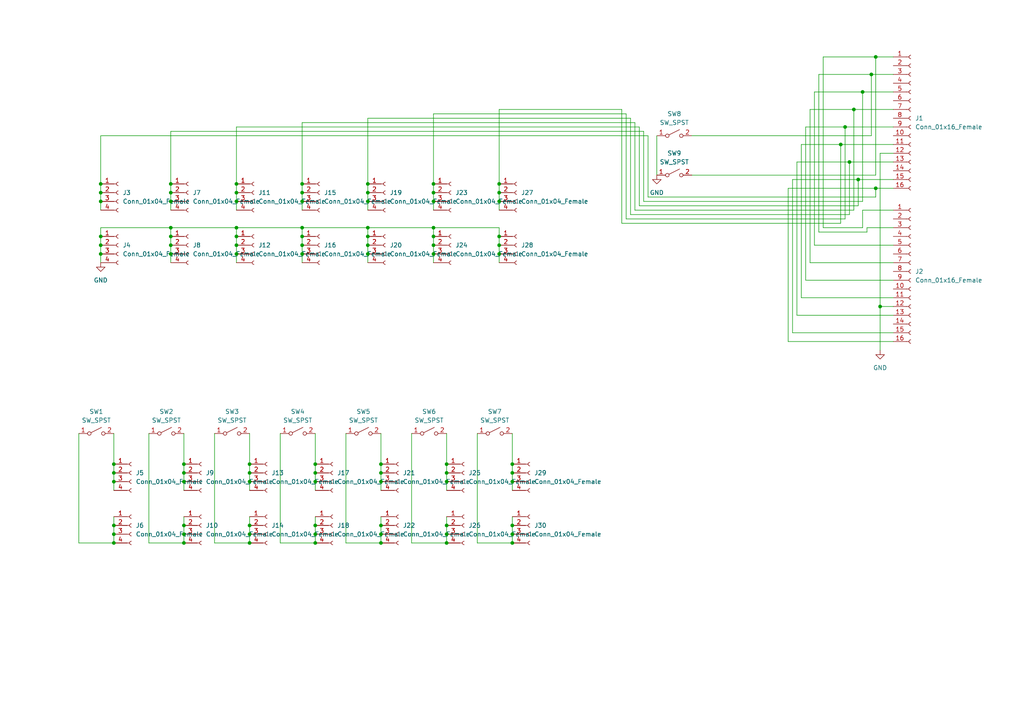
<source format=kicad_sch>
(kicad_sch (version 20211123) (generator eeschema)

  (uuid 9538e4ed-27e6-4c37-b989-9859dc0d49e8)

  (paper "A4")

  (lib_symbols
    (symbol "Connector:Conn_01x04_Female" (pin_names (offset 1.016) hide) (in_bom yes) (on_board yes)
      (property "Reference" "J" (id 0) (at 0 5.08 0)
        (effects (font (size 1.27 1.27)))
      )
      (property "Value" "Conn_01x04_Female" (id 1) (at 0 -7.62 0)
        (effects (font (size 1.27 1.27)))
      )
      (property "Footprint" "" (id 2) (at 0 0 0)
        (effects (font (size 1.27 1.27)) hide)
      )
      (property "Datasheet" "~" (id 3) (at 0 0 0)
        (effects (font (size 1.27 1.27)) hide)
      )
      (property "ki_keywords" "connector" (id 4) (at 0 0 0)
        (effects (font (size 1.27 1.27)) hide)
      )
      (property "ki_description" "Generic connector, single row, 01x04, script generated (kicad-library-utils/schlib/autogen/connector/)" (id 5) (at 0 0 0)
        (effects (font (size 1.27 1.27)) hide)
      )
      (property "ki_fp_filters" "Connector*:*_1x??_*" (id 6) (at 0 0 0)
        (effects (font (size 1.27 1.27)) hide)
      )
      (symbol "Conn_01x04_Female_1_1"
        (arc (start 0 -4.572) (mid -0.508 -5.08) (end 0 -5.588)
          (stroke (width 0.1524) (type default) (color 0 0 0 0))
          (fill (type none))
        )
        (arc (start 0 -2.032) (mid -0.508 -2.54) (end 0 -3.048)
          (stroke (width 0.1524) (type default) (color 0 0 0 0))
          (fill (type none))
        )
        (polyline
          (pts
            (xy -1.27 -5.08)
            (xy -0.508 -5.08)
          )
          (stroke (width 0.1524) (type default) (color 0 0 0 0))
          (fill (type none))
        )
        (polyline
          (pts
            (xy -1.27 -2.54)
            (xy -0.508 -2.54)
          )
          (stroke (width 0.1524) (type default) (color 0 0 0 0))
          (fill (type none))
        )
        (polyline
          (pts
            (xy -1.27 0)
            (xy -0.508 0)
          )
          (stroke (width 0.1524) (type default) (color 0 0 0 0))
          (fill (type none))
        )
        (polyline
          (pts
            (xy -1.27 2.54)
            (xy -0.508 2.54)
          )
          (stroke (width 0.1524) (type default) (color 0 0 0 0))
          (fill (type none))
        )
        (arc (start 0 0.508) (mid -0.508 0) (end 0 -0.508)
          (stroke (width 0.1524) (type default) (color 0 0 0 0))
          (fill (type none))
        )
        (arc (start 0 3.048) (mid -0.508 2.54) (end 0 2.032)
          (stroke (width 0.1524) (type default) (color 0 0 0 0))
          (fill (type none))
        )
        (pin passive line (at -5.08 2.54 0) (length 3.81)
          (name "Pin_1" (effects (font (size 1.27 1.27))))
          (number "1" (effects (font (size 1.27 1.27))))
        )
        (pin passive line (at -5.08 0 0) (length 3.81)
          (name "Pin_2" (effects (font (size 1.27 1.27))))
          (number "2" (effects (font (size 1.27 1.27))))
        )
        (pin passive line (at -5.08 -2.54 0) (length 3.81)
          (name "Pin_3" (effects (font (size 1.27 1.27))))
          (number "3" (effects (font (size 1.27 1.27))))
        )
        (pin passive line (at -5.08 -5.08 0) (length 3.81)
          (name "Pin_4" (effects (font (size 1.27 1.27))))
          (number "4" (effects (font (size 1.27 1.27))))
        )
      )
    )
    (symbol "Connector:Conn_01x16_Female" (pin_names (offset 1.016) hide) (in_bom yes) (on_board yes)
      (property "Reference" "J" (id 0) (at 0 20.32 0)
        (effects (font (size 1.27 1.27)))
      )
      (property "Value" "Conn_01x16_Female" (id 1) (at 0 -22.86 0)
        (effects (font (size 1.27 1.27)))
      )
      (property "Footprint" "" (id 2) (at 0 0 0)
        (effects (font (size 1.27 1.27)) hide)
      )
      (property "Datasheet" "~" (id 3) (at 0 0 0)
        (effects (font (size 1.27 1.27)) hide)
      )
      (property "ki_keywords" "connector" (id 4) (at 0 0 0)
        (effects (font (size 1.27 1.27)) hide)
      )
      (property "ki_description" "Generic connector, single row, 01x16, script generated (kicad-library-utils/schlib/autogen/connector/)" (id 5) (at 0 0 0)
        (effects (font (size 1.27 1.27)) hide)
      )
      (property "ki_fp_filters" "Connector*:*_1x??_*" (id 6) (at 0 0 0)
        (effects (font (size 1.27 1.27)) hide)
      )
      (symbol "Conn_01x16_Female_1_1"
        (arc (start 0 -19.812) (mid -0.508 -20.32) (end 0 -20.828)
          (stroke (width 0.1524) (type default) (color 0 0 0 0))
          (fill (type none))
        )
        (arc (start 0 -17.272) (mid -0.508 -17.78) (end 0 -18.288)
          (stroke (width 0.1524) (type default) (color 0 0 0 0))
          (fill (type none))
        )
        (arc (start 0 -14.732) (mid -0.508 -15.24) (end 0 -15.748)
          (stroke (width 0.1524) (type default) (color 0 0 0 0))
          (fill (type none))
        )
        (arc (start 0 -12.192) (mid -0.508 -12.7) (end 0 -13.208)
          (stroke (width 0.1524) (type default) (color 0 0 0 0))
          (fill (type none))
        )
        (arc (start 0 -9.652) (mid -0.508 -10.16) (end 0 -10.668)
          (stroke (width 0.1524) (type default) (color 0 0 0 0))
          (fill (type none))
        )
        (arc (start 0 -7.112) (mid -0.508 -7.62) (end 0 -8.128)
          (stroke (width 0.1524) (type default) (color 0 0 0 0))
          (fill (type none))
        )
        (arc (start 0 -4.572) (mid -0.508 -5.08) (end 0 -5.588)
          (stroke (width 0.1524) (type default) (color 0 0 0 0))
          (fill (type none))
        )
        (arc (start 0 -2.032) (mid -0.508 -2.54) (end 0 -3.048)
          (stroke (width 0.1524) (type default) (color 0 0 0 0))
          (fill (type none))
        )
        (polyline
          (pts
            (xy -1.27 -20.32)
            (xy -0.508 -20.32)
          )
          (stroke (width 0.1524) (type default) (color 0 0 0 0))
          (fill (type none))
        )
        (polyline
          (pts
            (xy -1.27 -17.78)
            (xy -0.508 -17.78)
          )
          (stroke (width 0.1524) (type default) (color 0 0 0 0))
          (fill (type none))
        )
        (polyline
          (pts
            (xy -1.27 -15.24)
            (xy -0.508 -15.24)
          )
          (stroke (width 0.1524) (type default) (color 0 0 0 0))
          (fill (type none))
        )
        (polyline
          (pts
            (xy -1.27 -12.7)
            (xy -0.508 -12.7)
          )
          (stroke (width 0.1524) (type default) (color 0 0 0 0))
          (fill (type none))
        )
        (polyline
          (pts
            (xy -1.27 -10.16)
            (xy -0.508 -10.16)
          )
          (stroke (width 0.1524) (type default) (color 0 0 0 0))
          (fill (type none))
        )
        (polyline
          (pts
            (xy -1.27 -7.62)
            (xy -0.508 -7.62)
          )
          (stroke (width 0.1524) (type default) (color 0 0 0 0))
          (fill (type none))
        )
        (polyline
          (pts
            (xy -1.27 -5.08)
            (xy -0.508 -5.08)
          )
          (stroke (width 0.1524) (type default) (color 0 0 0 0))
          (fill (type none))
        )
        (polyline
          (pts
            (xy -1.27 -2.54)
            (xy -0.508 -2.54)
          )
          (stroke (width 0.1524) (type default) (color 0 0 0 0))
          (fill (type none))
        )
        (polyline
          (pts
            (xy -1.27 0)
            (xy -0.508 0)
          )
          (stroke (width 0.1524) (type default) (color 0 0 0 0))
          (fill (type none))
        )
        (polyline
          (pts
            (xy -1.27 2.54)
            (xy -0.508 2.54)
          )
          (stroke (width 0.1524) (type default) (color 0 0 0 0))
          (fill (type none))
        )
        (polyline
          (pts
            (xy -1.27 5.08)
            (xy -0.508 5.08)
          )
          (stroke (width 0.1524) (type default) (color 0 0 0 0))
          (fill (type none))
        )
        (polyline
          (pts
            (xy -1.27 7.62)
            (xy -0.508 7.62)
          )
          (stroke (width 0.1524) (type default) (color 0 0 0 0))
          (fill (type none))
        )
        (polyline
          (pts
            (xy -1.27 10.16)
            (xy -0.508 10.16)
          )
          (stroke (width 0.1524) (type default) (color 0 0 0 0))
          (fill (type none))
        )
        (polyline
          (pts
            (xy -1.27 12.7)
            (xy -0.508 12.7)
          )
          (stroke (width 0.1524) (type default) (color 0 0 0 0))
          (fill (type none))
        )
        (polyline
          (pts
            (xy -1.27 15.24)
            (xy -0.508 15.24)
          )
          (stroke (width 0.1524) (type default) (color 0 0 0 0))
          (fill (type none))
        )
        (polyline
          (pts
            (xy -1.27 17.78)
            (xy -0.508 17.78)
          )
          (stroke (width 0.1524) (type default) (color 0 0 0 0))
          (fill (type none))
        )
        (arc (start 0 0.508) (mid -0.508 0) (end 0 -0.508)
          (stroke (width 0.1524) (type default) (color 0 0 0 0))
          (fill (type none))
        )
        (arc (start 0 3.048) (mid -0.508 2.54) (end 0 2.032)
          (stroke (width 0.1524) (type default) (color 0 0 0 0))
          (fill (type none))
        )
        (arc (start 0 5.588) (mid -0.508 5.08) (end 0 4.572)
          (stroke (width 0.1524) (type default) (color 0 0 0 0))
          (fill (type none))
        )
        (arc (start 0 8.128) (mid -0.508 7.62) (end 0 7.112)
          (stroke (width 0.1524) (type default) (color 0 0 0 0))
          (fill (type none))
        )
        (arc (start 0 10.668) (mid -0.508 10.16) (end 0 9.652)
          (stroke (width 0.1524) (type default) (color 0 0 0 0))
          (fill (type none))
        )
        (arc (start 0 13.208) (mid -0.508 12.7) (end 0 12.192)
          (stroke (width 0.1524) (type default) (color 0 0 0 0))
          (fill (type none))
        )
        (arc (start 0 15.748) (mid -0.508 15.24) (end 0 14.732)
          (stroke (width 0.1524) (type default) (color 0 0 0 0))
          (fill (type none))
        )
        (arc (start 0 18.288) (mid -0.508 17.78) (end 0 17.272)
          (stroke (width 0.1524) (type default) (color 0 0 0 0))
          (fill (type none))
        )
        (pin passive line (at -5.08 17.78 0) (length 3.81)
          (name "Pin_1" (effects (font (size 1.27 1.27))))
          (number "1" (effects (font (size 1.27 1.27))))
        )
        (pin passive line (at -5.08 -5.08 0) (length 3.81)
          (name "Pin_10" (effects (font (size 1.27 1.27))))
          (number "10" (effects (font (size 1.27 1.27))))
        )
        (pin passive line (at -5.08 -7.62 0) (length 3.81)
          (name "Pin_11" (effects (font (size 1.27 1.27))))
          (number "11" (effects (font (size 1.27 1.27))))
        )
        (pin passive line (at -5.08 -10.16 0) (length 3.81)
          (name "Pin_12" (effects (font (size 1.27 1.27))))
          (number "12" (effects (font (size 1.27 1.27))))
        )
        (pin passive line (at -5.08 -12.7 0) (length 3.81)
          (name "Pin_13" (effects (font (size 1.27 1.27))))
          (number "13" (effects (font (size 1.27 1.27))))
        )
        (pin passive line (at -5.08 -15.24 0) (length 3.81)
          (name "Pin_14" (effects (font (size 1.27 1.27))))
          (number "14" (effects (font (size 1.27 1.27))))
        )
        (pin passive line (at -5.08 -17.78 0) (length 3.81)
          (name "Pin_15" (effects (font (size 1.27 1.27))))
          (number "15" (effects (font (size 1.27 1.27))))
        )
        (pin passive line (at -5.08 -20.32 0) (length 3.81)
          (name "Pin_16" (effects (font (size 1.27 1.27))))
          (number "16" (effects (font (size 1.27 1.27))))
        )
        (pin passive line (at -5.08 15.24 0) (length 3.81)
          (name "Pin_2" (effects (font (size 1.27 1.27))))
          (number "2" (effects (font (size 1.27 1.27))))
        )
        (pin passive line (at -5.08 12.7 0) (length 3.81)
          (name "Pin_3" (effects (font (size 1.27 1.27))))
          (number "3" (effects (font (size 1.27 1.27))))
        )
        (pin passive line (at -5.08 10.16 0) (length 3.81)
          (name "Pin_4" (effects (font (size 1.27 1.27))))
          (number "4" (effects (font (size 1.27 1.27))))
        )
        (pin passive line (at -5.08 7.62 0) (length 3.81)
          (name "Pin_5" (effects (font (size 1.27 1.27))))
          (number "5" (effects (font (size 1.27 1.27))))
        )
        (pin passive line (at -5.08 5.08 0) (length 3.81)
          (name "Pin_6" (effects (font (size 1.27 1.27))))
          (number "6" (effects (font (size 1.27 1.27))))
        )
        (pin passive line (at -5.08 2.54 0) (length 3.81)
          (name "Pin_7" (effects (font (size 1.27 1.27))))
          (number "7" (effects (font (size 1.27 1.27))))
        )
        (pin passive line (at -5.08 0 0) (length 3.81)
          (name "Pin_8" (effects (font (size 1.27 1.27))))
          (number "8" (effects (font (size 1.27 1.27))))
        )
        (pin passive line (at -5.08 -2.54 0) (length 3.81)
          (name "Pin_9" (effects (font (size 1.27 1.27))))
          (number "9" (effects (font (size 1.27 1.27))))
        )
      )
    )
    (symbol "Switch:SW_SPST" (pin_names (offset 0) hide) (in_bom yes) (on_board yes)
      (property "Reference" "SW" (id 0) (at 0 3.175 0)
        (effects (font (size 1.27 1.27)))
      )
      (property "Value" "SW_SPST" (id 1) (at 0 -2.54 0)
        (effects (font (size 1.27 1.27)))
      )
      (property "Footprint" "" (id 2) (at 0 0 0)
        (effects (font (size 1.27 1.27)) hide)
      )
      (property "Datasheet" "~" (id 3) (at 0 0 0)
        (effects (font (size 1.27 1.27)) hide)
      )
      (property "ki_keywords" "switch lever" (id 4) (at 0 0 0)
        (effects (font (size 1.27 1.27)) hide)
      )
      (property "ki_description" "Single Pole Single Throw (SPST) switch" (id 5) (at 0 0 0)
        (effects (font (size 1.27 1.27)) hide)
      )
      (symbol "SW_SPST_0_0"
        (circle (center -2.032 0) (radius 0.508)
          (stroke (width 0) (type default) (color 0 0 0 0))
          (fill (type none))
        )
        (polyline
          (pts
            (xy -1.524 0.254)
            (xy 1.524 1.778)
          )
          (stroke (width 0) (type default) (color 0 0 0 0))
          (fill (type none))
        )
        (circle (center 2.032 0) (radius 0.508)
          (stroke (width 0) (type default) (color 0 0 0 0))
          (fill (type none))
        )
      )
      (symbol "SW_SPST_1_1"
        (pin passive line (at -5.08 0 0) (length 2.54)
          (name "A" (effects (font (size 1.27 1.27))))
          (number "1" (effects (font (size 1.27 1.27))))
        )
        (pin passive line (at 5.08 0 180) (length 2.54)
          (name "B" (effects (font (size 1.27 1.27))))
          (number "2" (effects (font (size 1.27 1.27))))
        )
      )
    )
    (symbol "power:GND" (power) (pin_names (offset 0)) (in_bom yes) (on_board yes)
      (property "Reference" "#PWR" (id 0) (at 0 -6.35 0)
        (effects (font (size 1.27 1.27)) hide)
      )
      (property "Value" "GND" (id 1) (at 0 -3.81 0)
        (effects (font (size 1.27 1.27)))
      )
      (property "Footprint" "" (id 2) (at 0 0 0)
        (effects (font (size 1.27 1.27)) hide)
      )
      (property "Datasheet" "" (id 3) (at 0 0 0)
        (effects (font (size 1.27 1.27)) hide)
      )
      (property "ki_keywords" "power-flag" (id 4) (at 0 0 0)
        (effects (font (size 1.27 1.27)) hide)
      )
      (property "ki_description" "Power symbol creates a global label with name \"GND\" , ground" (id 5) (at 0 0 0)
        (effects (font (size 1.27 1.27)) hide)
      )
      (symbol "GND_0_1"
        (polyline
          (pts
            (xy 0 0)
            (xy 0 -1.27)
            (xy 1.27 -1.27)
            (xy 0 -2.54)
            (xy -1.27 -1.27)
            (xy 0 -1.27)
          )
          (stroke (width 0) (type default) (color 0 0 0 0))
          (fill (type none))
        )
      )
      (symbol "GND_1_1"
        (pin power_in line (at 0 0 270) (length 0) hide
          (name "GND" (effects (font (size 1.27 1.27))))
          (number "1" (effects (font (size 1.27 1.27))))
        )
      )
    )
  )

  (junction (at 129.54 137.16) (diameter 0) (color 0 0 0 0)
    (uuid 01d9e566-bc7d-4c20-a81e-89fcea8d3a8b)
  )
  (junction (at 49.53 71.12) (diameter 0) (color 0 0 0 0)
    (uuid 05f81b3a-6cfe-4e06-beb0-9f39820698b2)
  )
  (junction (at 144.78 55.88) (diameter 0) (color 0 0 0 0)
    (uuid 06f37801-f68b-4827-868c-7f6344c44559)
  )
  (junction (at 110.49 157.48) (diameter 0) (color 0 0 0 0)
    (uuid 0742ebbe-29b6-4ce8-818b-59b87c6249e2)
  )
  (junction (at 87.63 53.34) (diameter 0) (color 0 0 0 0)
    (uuid 0d14fad6-7b35-4390-b704-ab1e56562a7d)
  )
  (junction (at 144.78 58.42) (diameter 0) (color 0 0 0 0)
    (uuid 0fe0435b-29be-4622-b647-0ca494ccbde2)
  )
  (junction (at 144.78 73.66) (diameter 0) (color 0 0 0 0)
    (uuid 0fe37afd-0e57-4371-8a34-b7aa505f2d64)
  )
  (junction (at 110.49 152.4) (diameter 0) (color 0 0 0 0)
    (uuid 10ffc068-3269-490c-8309-ff44f6d884e9)
  )
  (junction (at 53.34 137.16) (diameter 0) (color 0 0 0 0)
    (uuid 13019745-d965-4bc9-9806-6cb1cd0eee25)
  )
  (junction (at 29.21 53.34) (diameter 0) (color 0 0 0 0)
    (uuid 14629e15-0b0b-41b7-8852-958cf87be899)
  )
  (junction (at 144.78 53.34) (diameter 0) (color 0 0 0 0)
    (uuid 146c9add-d605-42c6-a743-589c81b9cb4a)
  )
  (junction (at 72.39 137.16) (diameter 0) (color 0 0 0 0)
    (uuid 15e690fa-6f5a-431e-992a-a9dfae6f31b4)
  )
  (junction (at 148.59 157.48) (diameter 0) (color 0 0 0 0)
    (uuid 179192c6-eaf6-4077-80ed-73375dbf4434)
  )
  (junction (at 125.73 53.34) (diameter 0) (color 0 0 0 0)
    (uuid 17a2ba6b-1557-4d14-9ac0-180e9f6ca1e8)
  )
  (junction (at 148.59 137.16) (diameter 0) (color 0 0 0 0)
    (uuid 1859872f-1966-4a2c-9d8b-f91d6e1ad893)
  )
  (junction (at 125.73 66.04) (diameter 0) (color 0 0 0 0)
    (uuid 19baeb2e-a78b-4d69-a936-c5b7f8374a4f)
  )
  (junction (at 29.21 58.42) (diameter 0) (color 0 0 0 0)
    (uuid 1ec91bf3-e8e0-4b52-8739-69e045d36a99)
  )
  (junction (at 53.34 152.4) (diameter 0) (color 0 0 0 0)
    (uuid 204c3f1d-615e-4e36-8b5a-fcd5d9000047)
  )
  (junction (at 106.68 53.34) (diameter 0) (color 0 0 0 0)
    (uuid 2153b6e7-4aa5-440c-923e-90b389991d42)
  )
  (junction (at 33.02 139.7) (diameter 0) (color 0 0 0 0)
    (uuid 21b31d15-7e0f-4da7-9ad7-23077df685a9)
  )
  (junction (at 87.63 66.04) (diameter 0) (color 0 0 0 0)
    (uuid 262e7215-2f0f-4d9d-a581-be6dffa9c67d)
  )
  (junction (at 247.65 31.75) (diameter 0) (color 0 0 0 0)
    (uuid 2773946e-2b1f-4fe9-ad4f-3eb0238bc215)
  )
  (junction (at 91.44 157.48) (diameter 0) (color 0 0 0 0)
    (uuid 2b853ecc-98ad-4b5d-8872-f87068e30a6b)
  )
  (junction (at 246.38 46.99) (diameter 0) (color 0 0 0 0)
    (uuid 2d0c1cb0-820d-40ee-8bdb-4ba0c359fc5a)
  )
  (junction (at 53.34 154.94) (diameter 0) (color 0 0 0 0)
    (uuid 2daed321-08e8-4db7-acf2-9dc4085b7b18)
  )
  (junction (at 72.39 152.4) (diameter 0) (color 0 0 0 0)
    (uuid 2eca6176-25ea-42e1-bf31-9931a409e854)
  )
  (junction (at 33.02 137.16) (diameter 0) (color 0 0 0 0)
    (uuid 315af6d3-2eeb-4650-b799-43eb602de6a3)
  )
  (junction (at 125.73 71.12) (diameter 0) (color 0 0 0 0)
    (uuid 34cb6ca0-ef85-447e-903f-3c2229f88817)
  )
  (junction (at 245.11 36.83) (diameter 0) (color 0 0 0 0)
    (uuid 3566ec97-a163-46a7-abf7-c7391a5c462b)
  )
  (junction (at 148.59 134.62) (diameter 0) (color 0 0 0 0)
    (uuid 39db88b0-aeee-4209-b6cc-ec23c2743b06)
  )
  (junction (at 68.58 68.58) (diameter 0) (color 0 0 0 0)
    (uuid 3ae79b2c-6fb8-4ad5-b8e5-1fd1bbcd5585)
  )
  (junction (at 254 16.51) (diameter 0) (color 0 0 0 0)
    (uuid 3c861525-bffa-4f66-a992-362db2d7daca)
  )
  (junction (at 252.73 21.59) (diameter 0) (color 0 0 0 0)
    (uuid 3dc633c5-20ad-4f41-a1ac-85202281f3e8)
  )
  (junction (at 254 54.61) (diameter 0) (color 0 0 0 0)
    (uuid 3f610669-76fe-43c6-a1eb-708622de54f5)
  )
  (junction (at 248.92 52.07) (diameter 0) (color 0 0 0 0)
    (uuid 422f0e87-ee6d-4e21-827c-ffdc46263471)
  )
  (junction (at 250.19 26.67) (diameter 0) (color 0 0 0 0)
    (uuid 4510bcb0-05d0-4d43-93de-26d548d64efb)
  )
  (junction (at 106.68 58.42) (diameter 0) (color 0 0 0 0)
    (uuid 472d045f-4da0-4900-9ae7-a98338bf9b88)
  )
  (junction (at 53.34 134.62) (diameter 0) (color 0 0 0 0)
    (uuid 4b724a05-e8b8-4d3a-9ef8-416f22a37460)
  )
  (junction (at 255.27 88.9) (diameter 0) (color 0 0 0 0)
    (uuid 4bc96f71-c7c3-4852-8cd4-0392ae819d44)
  )
  (junction (at 129.54 154.94) (diameter 0) (color 0 0 0 0)
    (uuid 50f87aef-6952-4db0-9f24-5d76fe9e7d41)
  )
  (junction (at 87.63 71.12) (diameter 0) (color 0 0 0 0)
    (uuid 56e15ef0-4f28-444a-8d63-14bf154e2eec)
  )
  (junction (at 129.54 139.7) (diameter 0) (color 0 0 0 0)
    (uuid 5943799a-c83d-44eb-a67f-5ac6f07c05b0)
  )
  (junction (at 49.53 66.04) (diameter 0) (color 0 0 0 0)
    (uuid 5a81c698-d387-4692-b154-0bfd9c10038c)
  )
  (junction (at 72.39 154.94) (diameter 0) (color 0 0 0 0)
    (uuid 60da02fb-b819-43bd-a97d-fdb61237a51c)
  )
  (junction (at 49.53 55.88) (diameter 0) (color 0 0 0 0)
    (uuid 63a67f01-473a-498c-a86c-3d368c6e804b)
  )
  (junction (at 53.34 139.7) (diameter 0) (color 0 0 0 0)
    (uuid 64530ee7-c3f5-457f-afbc-f32fd58d7024)
  )
  (junction (at 110.49 154.94) (diameter 0) (color 0 0 0 0)
    (uuid 66eb891b-2992-46eb-92ed-ce7c64255d2b)
  )
  (junction (at 91.44 139.7) (diameter 0) (color 0 0 0 0)
    (uuid 6a2a5785-128f-4bc7-8fce-26e857d0f941)
  )
  (junction (at 125.73 68.58) (diameter 0) (color 0 0 0 0)
    (uuid 6f257668-ba64-4008-9a61-b0f5b2c8d0ff)
  )
  (junction (at 68.58 53.34) (diameter 0) (color 0 0 0 0)
    (uuid 710f54d3-ac04-4489-890a-362ea2016a9a)
  )
  (junction (at 33.02 157.48) (diameter 0) (color 0 0 0 0)
    (uuid 7217dc91-b7cb-4c37-993a-4bf329f3281e)
  )
  (junction (at 125.73 55.88) (diameter 0) (color 0 0 0 0)
    (uuid 784939cf-d5be-4e1f-9997-de4154daf387)
  )
  (junction (at 148.59 154.94) (diameter 0) (color 0 0 0 0)
    (uuid 799bdb19-37c3-4381-9080-4f7347acb6d2)
  )
  (junction (at 87.63 68.58) (diameter 0) (color 0 0 0 0)
    (uuid 82216ec8-1bb2-4e71-89cf-5f4cfcce5c6a)
  )
  (junction (at 106.68 66.04) (diameter 0) (color 0 0 0 0)
    (uuid 83590bdd-3225-44b0-a795-34cc1943ffb9)
  )
  (junction (at 91.44 134.62) (diameter 0) (color 0 0 0 0)
    (uuid 8778d6b1-b637-4655-b3b7-c2b1ff87bd28)
  )
  (junction (at 33.02 152.4) (diameter 0) (color 0 0 0 0)
    (uuid 8aef3654-33e2-4b11-a750-f8e066659c1c)
  )
  (junction (at 91.44 152.4) (diameter 0) (color 0 0 0 0)
    (uuid 8b550f68-7124-4893-aca9-14a3e63d5e44)
  )
  (junction (at 243.84 41.91) (diameter 0) (color 0 0 0 0)
    (uuid 8ec3dbca-8497-4aad-978f-d312f45bc81c)
  )
  (junction (at 106.68 68.58) (diameter 0) (color 0 0 0 0)
    (uuid 9242e0f9-861b-4075-b6d9-7e339b399019)
  )
  (junction (at 125.73 58.42) (diameter 0) (color 0 0 0 0)
    (uuid 94ef9770-7825-4060-8583-1c8aaef18ed0)
  )
  (junction (at 87.63 55.88) (diameter 0) (color 0 0 0 0)
    (uuid 9be27fe7-a5a8-40e5-9fdc-3cd161c754f5)
  )
  (junction (at 106.68 73.66) (diameter 0) (color 0 0 0 0)
    (uuid 9d35116f-93eb-4e88-87b2-84e871c998c1)
  )
  (junction (at 125.73 73.66) (diameter 0) (color 0 0 0 0)
    (uuid 9f53f05d-541f-4913-b824-ce437a9856c9)
  )
  (junction (at 106.68 55.88) (diameter 0) (color 0 0 0 0)
    (uuid a03bd1f9-d56f-436b-baba-124e96bf6250)
  )
  (junction (at 110.49 137.16) (diameter 0) (color 0 0 0 0)
    (uuid a1c65864-c18f-4423-b88c-f567d84784d2)
  )
  (junction (at 49.53 68.58) (diameter 0) (color 0 0 0 0)
    (uuid a4c343d5-a6fd-4619-9a83-930a86997c7d)
  )
  (junction (at 144.78 68.58) (diameter 0) (color 0 0 0 0)
    (uuid a6c2ed22-2fa3-4e83-91e2-662ab354957c)
  )
  (junction (at 68.58 73.66) (diameter 0) (color 0 0 0 0)
    (uuid a74f48e4-7337-41f6-8674-0be75aa90404)
  )
  (junction (at 29.21 55.88) (diameter 0) (color 0 0 0 0)
    (uuid a7f9b64c-e88e-4d18-8483-f8f28f913967)
  )
  (junction (at 29.21 73.66) (diameter 0) (color 0 0 0 0)
    (uuid ac87f93d-de66-4713-81f5-824bf6880a72)
  )
  (junction (at 110.49 134.62) (diameter 0) (color 0 0 0 0)
    (uuid adedc602-b9eb-4f18-95d4-9c6db144be59)
  )
  (junction (at 68.58 71.12) (diameter 0) (color 0 0 0 0)
    (uuid b26796b8-91ad-4cf9-b235-e9983b9a8c69)
  )
  (junction (at 106.68 71.12) (diameter 0) (color 0 0 0 0)
    (uuid b2811147-2998-47f4-a523-c713b0abc9de)
  )
  (junction (at 49.53 73.66) (diameter 0) (color 0 0 0 0)
    (uuid b2da277c-e5fc-4fda-ac4a-f27448155188)
  )
  (junction (at 29.21 68.58) (diameter 0) (color 0 0 0 0)
    (uuid bcb1d2c9-9296-4dcd-a4b2-aeae21719716)
  )
  (junction (at 49.53 58.42) (diameter 0) (color 0 0 0 0)
    (uuid bee2b319-ec47-40f1-8447-05c778c73023)
  )
  (junction (at 148.59 139.7) (diameter 0) (color 0 0 0 0)
    (uuid c16eacf3-aa9b-4fa4-acba-3f0d19591334)
  )
  (junction (at 129.54 152.4) (diameter 0) (color 0 0 0 0)
    (uuid c3ed6274-f6a1-4a0e-99b8-7823a480dbb5)
  )
  (junction (at 87.63 73.66) (diameter 0) (color 0 0 0 0)
    (uuid c526c4ed-1933-4b14-b005-2079cadbd318)
  )
  (junction (at 33.02 134.62) (diameter 0) (color 0 0 0 0)
    (uuid c87f80e3-218a-45cf-b2d7-457a89685916)
  )
  (junction (at 72.39 157.48) (diameter 0) (color 0 0 0 0)
    (uuid cd48ebc4-b1f0-4c6b-bd2a-6294b21defc9)
  )
  (junction (at 68.58 66.04) (diameter 0) (color 0 0 0 0)
    (uuid d0368e31-565b-4365-b190-d984c672cb61)
  )
  (junction (at 91.44 154.94) (diameter 0) (color 0 0 0 0)
    (uuid d09cde22-8cb0-4467-9d0a-172f0d5a232a)
  )
  (junction (at 49.53 53.34) (diameter 0) (color 0 0 0 0)
    (uuid d404020b-9e59-45dc-9336-96df28fb14ab)
  )
  (junction (at 53.34 157.48) (diameter 0) (color 0 0 0 0)
    (uuid d48066ae-56c2-4793-abf5-a0f612659ca7)
  )
  (junction (at 33.02 154.94) (diameter 0) (color 0 0 0 0)
    (uuid d4b344d9-ae2e-4c63-bceb-6c969c659860)
  )
  (junction (at 129.54 157.48) (diameter 0) (color 0 0 0 0)
    (uuid d5b09b73-a895-4b96-8a10-0e01e759043d)
  )
  (junction (at 68.58 55.88) (diameter 0) (color 0 0 0 0)
    (uuid d7403dc5-15be-4c72-8601-ad38c628c4db)
  )
  (junction (at 129.54 134.62) (diameter 0) (color 0 0 0 0)
    (uuid e1af900d-4d34-4f1c-9cac-0057cfab8079)
  )
  (junction (at 29.21 71.12) (diameter 0) (color 0 0 0 0)
    (uuid e39eabe2-b149-4536-9221-56ff033c9835)
  )
  (junction (at 87.63 58.42) (diameter 0) (color 0 0 0 0)
    (uuid e84ca9a0-27b6-4aa6-bab2-fef2461cf42a)
  )
  (junction (at 110.49 139.7) (diameter 0) (color 0 0 0 0)
    (uuid eae13102-67a2-4304-aa0b-f718d7670b23)
  )
  (junction (at 72.39 134.62) (diameter 0) (color 0 0 0 0)
    (uuid f0d40f8b-55ef-4179-9b41-315e9625e0d6)
  )
  (junction (at 91.44 137.16) (diameter 0) (color 0 0 0 0)
    (uuid f470e307-2bb9-46d3-8843-44ed5b792207)
  )
  (junction (at 144.78 71.12) (diameter 0) (color 0 0 0 0)
    (uuid f55ace1c-30fa-4f00-b6fb-1e64e45dcf3d)
  )
  (junction (at 68.58 58.42) (diameter 0) (color 0 0 0 0)
    (uuid fd02497a-0f32-4d49-bb6f-83f7fbc9c1ff)
  )
  (junction (at 148.59 152.4) (diameter 0) (color 0 0 0 0)
    (uuid fd9c3142-d01f-462f-87c1-7ca7dc51a263)
  )
  (junction (at 72.39 139.7) (diameter 0) (color 0 0 0 0)
    (uuid ff83ca9c-9856-4366-81ba-9e20419852ff)
  )

  (wire (pts (xy 68.58 58.42) (xy 68.58 60.96))
    (stroke (width 0) (type default) (color 0 0 0 0))
    (uuid 0241f1b0-7eca-41d0-8fd1-9445f171d0b5)
  )
  (wire (pts (xy 87.63 66.04) (xy 106.68 66.04))
    (stroke (width 0) (type default) (color 0 0 0 0))
    (uuid 038caa3c-34a4-4412-a16d-8a89816e6b65)
  )
  (wire (pts (xy 129.54 137.16) (xy 129.54 139.7))
    (stroke (width 0) (type default) (color 0 0 0 0))
    (uuid 05523e09-535d-48cf-917e-431e0c800150)
  )
  (wire (pts (xy 87.63 35.56) (xy 87.63 53.34))
    (stroke (width 0) (type default) (color 0 0 0 0))
    (uuid 061bd03d-63ff-49c5-a8f8-772592357712)
  )
  (wire (pts (xy 144.78 55.88) (xy 144.78 58.42))
    (stroke (width 0) (type default) (color 0 0 0 0))
    (uuid 06552a9a-6350-41c0-9a41-30bab053930c)
  )
  (wire (pts (xy 68.58 36.83) (xy 68.58 53.34))
    (stroke (width 0) (type default) (color 0 0 0 0))
    (uuid 07eb77d5-2261-447b-8337-dd4e9e28359c)
  )
  (wire (pts (xy 125.73 55.88) (xy 125.73 58.42))
    (stroke (width 0) (type default) (color 0 0 0 0))
    (uuid 0b0b9f0b-3848-4cdd-b8be-da671bdd0e69)
  )
  (wire (pts (xy 106.68 55.88) (xy 106.68 58.42))
    (stroke (width 0) (type default) (color 0 0 0 0))
    (uuid 0bee76a3-6db8-4b78-b5fe-ed9aa85157ec)
  )
  (wire (pts (xy 87.63 55.88) (xy 87.63 58.42))
    (stroke (width 0) (type default) (color 0 0 0 0))
    (uuid 0d40fb99-5178-4482-9b02-d6e8fac51253)
  )
  (wire (pts (xy 144.78 71.12) (xy 144.78 73.66))
    (stroke (width 0) (type default) (color 0 0 0 0))
    (uuid 0d8d8add-38d0-4538-95d6-68b2f08ad112)
  )
  (wire (pts (xy 259.08 41.91) (xy 243.84 41.91))
    (stroke (width 0) (type default) (color 0 0 0 0))
    (uuid 0e1b2330-902f-44c5-95d2-35ce578033f5)
  )
  (wire (pts (xy 125.73 68.58) (xy 125.73 71.12))
    (stroke (width 0) (type default) (color 0 0 0 0))
    (uuid 104003ff-df83-485e-9c8d-ab4ca7cfae09)
  )
  (wire (pts (xy 185.42 59.69) (xy 248.92 59.69))
    (stroke (width 0) (type default) (color 0 0 0 0))
    (uuid 116c46e8-7776-4658-a1eb-175805ca38d4)
  )
  (wire (pts (xy 250.19 58.42) (xy 250.19 26.67))
    (stroke (width 0) (type default) (color 0 0 0 0))
    (uuid 14ff7381-5154-4d94-ab19-07719a254c05)
  )
  (wire (pts (xy 125.73 73.66) (xy 125.73 76.2))
    (stroke (width 0) (type default) (color 0 0 0 0))
    (uuid 15c6aa1c-1acb-46d8-8e95-3ee3d90618b7)
  )
  (wire (pts (xy 68.58 66.04) (xy 87.63 66.04))
    (stroke (width 0) (type default) (color 0 0 0 0))
    (uuid 15ff0def-3790-4c92-b232-f0966dd976d6)
  )
  (wire (pts (xy 200.66 50.8) (xy 254 50.8))
    (stroke (width 0) (type default) (color 0 0 0 0))
    (uuid 193c7b83-dea8-4c10-9cf3-ac6f64d1ff9b)
  )
  (wire (pts (xy 250.19 26.67) (xy 259.08 26.67))
    (stroke (width 0) (type default) (color 0 0 0 0))
    (uuid 1aa958b0-2283-4c97-8251-e33e9c13cd92)
  )
  (wire (pts (xy 252.73 21.59) (xy 252.73 39.37))
    (stroke (width 0) (type default) (color 0 0 0 0))
    (uuid 1bf4244f-72e9-40ec-b673-d2c3e6122ba8)
  )
  (wire (pts (xy 232.41 41.91) (xy 232.41 86.36))
    (stroke (width 0) (type default) (color 0 0 0 0))
    (uuid 1c4d025b-3cd0-432e-a644-3b48a2074e01)
  )
  (wire (pts (xy 33.02 139.7) (xy 33.02 142.24))
    (stroke (width 0) (type default) (color 0 0 0 0))
    (uuid 1d758d45-18e1-41b9-923d-2cee5e4f8b7f)
  )
  (wire (pts (xy 148.59 125.73) (xy 148.59 134.62))
    (stroke (width 0) (type default) (color 0 0 0 0))
    (uuid 1db00443-4074-4ba9-9823-e1ce63addb1a)
  )
  (wire (pts (xy 49.53 66.04) (xy 68.58 66.04))
    (stroke (width 0) (type default) (color 0 0 0 0))
    (uuid 1e6b6b49-a94e-4a91-aa1f-ea23bfe07c2f)
  )
  (wire (pts (xy 72.39 154.94) (xy 72.39 157.48))
    (stroke (width 0) (type default) (color 0 0 0 0))
    (uuid 21c580da-f0ed-4698-a8d2-b6fb32aa06e8)
  )
  (wire (pts (xy 29.21 53.34) (xy 29.21 55.88))
    (stroke (width 0) (type default) (color 0 0 0 0))
    (uuid 24c10bff-78ae-4b7d-ba4d-715e16654be0)
  )
  (wire (pts (xy 106.68 66.04) (xy 125.73 66.04))
    (stroke (width 0) (type default) (color 0 0 0 0))
    (uuid 24d24784-7c43-4d7e-a951-f6f6b517e11d)
  )
  (wire (pts (xy 49.53 73.66) (xy 49.53 76.2))
    (stroke (width 0) (type default) (color 0 0 0 0))
    (uuid 2666f127-cc30-4902-b3e9-15c93a508606)
  )
  (wire (pts (xy 237.49 21.59) (xy 237.49 67.31))
    (stroke (width 0) (type default) (color 0 0 0 0))
    (uuid 266f771a-0d6f-4fb7-b5d6-279de39ff4e1)
  )
  (wire (pts (xy 259.08 36.83) (xy 245.11 36.83))
    (stroke (width 0) (type default) (color 0 0 0 0))
    (uuid 2c3fc4ba-e068-4578-9732-c00fcbc73f0a)
  )
  (wire (pts (xy 148.59 152.4) (xy 148.59 154.94))
    (stroke (width 0) (type default) (color 0 0 0 0))
    (uuid 2cfa1373-1a83-42a3-91af-075083ded73c)
  )
  (wire (pts (xy 129.54 152.4) (xy 129.54 154.94))
    (stroke (width 0) (type default) (color 0 0 0 0))
    (uuid 2ea30296-fd03-4736-9519-bf441e89a6a2)
  )
  (wire (pts (xy 234.95 31.75) (xy 234.95 76.2))
    (stroke (width 0) (type default) (color 0 0 0 0))
    (uuid 30502310-37df-4a36-94bd-bd3b16f2afe3)
  )
  (wire (pts (xy 87.63 66.04) (xy 87.63 68.58))
    (stroke (width 0) (type default) (color 0 0 0 0))
    (uuid 322130a4-e068-4069-b1ce-b857b0d3bebf)
  )
  (wire (pts (xy 68.58 66.04) (xy 68.58 68.58))
    (stroke (width 0) (type default) (color 0 0 0 0))
    (uuid 32996e22-7165-4e76-b0a3-237df5206f0b)
  )
  (wire (pts (xy 91.44 139.7) (xy 91.44 142.24))
    (stroke (width 0) (type default) (color 0 0 0 0))
    (uuid 32e89367-9248-4b2c-8c3e-fdea1242d916)
  )
  (wire (pts (xy 53.34 125.73) (xy 53.34 134.62))
    (stroke (width 0) (type default) (color 0 0 0 0))
    (uuid 34329fdb-698f-4f66-9dea-369a6e4255d8)
  )
  (wire (pts (xy 247.65 60.96) (xy 184.15 60.96))
    (stroke (width 0) (type default) (color 0 0 0 0))
    (uuid 3653e064-a8bf-4b34-aaa0-5a8c2991e24b)
  )
  (wire (pts (xy 91.44 125.73) (xy 91.44 134.62))
    (stroke (width 0) (type default) (color 0 0 0 0))
    (uuid 37bcdce4-ce85-48da-aaa4-d2094df0be83)
  )
  (wire (pts (xy 254 54.61) (xy 259.08 54.61))
    (stroke (width 0) (type default) (color 0 0 0 0))
    (uuid 3817d735-fdaf-4a2e-9fff-1c96f52aff25)
  )
  (wire (pts (xy 49.53 53.34) (xy 49.53 55.88))
    (stroke (width 0) (type default) (color 0 0 0 0))
    (uuid 39edcb2e-db73-42e9-812d-6c004817ac3f)
  )
  (wire (pts (xy 238.76 16.51) (xy 238.76 66.04))
    (stroke (width 0) (type default) (color 0 0 0 0))
    (uuid 3c0ee3db-8466-44a5-90af-44d1a41429ba)
  )
  (wire (pts (xy 254 16.51) (xy 238.76 16.51))
    (stroke (width 0) (type default) (color 0 0 0 0))
    (uuid 3d16914d-84f2-454f-b3bb-872e59cf11b0)
  )
  (wire (pts (xy 148.59 154.94) (xy 148.59 157.48))
    (stroke (width 0) (type default) (color 0 0 0 0))
    (uuid 3f009718-bba1-4004-9845-8a9fae7c0ab5)
  )
  (wire (pts (xy 125.73 33.02) (xy 125.73 53.34))
    (stroke (width 0) (type default) (color 0 0 0 0))
    (uuid 3f1a0c73-b5b5-4c1c-ae8f-04ee7de9e181)
  )
  (wire (pts (xy 248.92 52.07) (xy 229.87 52.07))
    (stroke (width 0) (type default) (color 0 0 0 0))
    (uuid 3f39c9ce-6034-40ca-8059-089265a67bc5)
  )
  (wire (pts (xy 182.88 62.23) (xy 182.88 34.29))
    (stroke (width 0) (type default) (color 0 0 0 0))
    (uuid 40ab0f61-0e32-4962-8345-9f96d11c3348)
  )
  (wire (pts (xy 33.02 154.94) (xy 33.02 157.48))
    (stroke (width 0) (type default) (color 0 0 0 0))
    (uuid 414097ad-7bd9-48fe-a86b-da08b1e68325)
  )
  (wire (pts (xy 110.49 137.16) (xy 110.49 139.7))
    (stroke (width 0) (type default) (color 0 0 0 0))
    (uuid 42073f97-74ea-44be-8c31-5c8cd5028a11)
  )
  (wire (pts (xy 232.41 86.36) (xy 259.08 86.36))
    (stroke (width 0) (type default) (color 0 0 0 0))
    (uuid 42664348-fbec-4187-895b-36b9cdb3b2e2)
  )
  (wire (pts (xy 187.96 57.15) (xy 254 57.15))
    (stroke (width 0) (type default) (color 0 0 0 0))
    (uuid 42bfb9e2-b3ef-48dd-bc15-aaa83ce28a55)
  )
  (wire (pts (xy 49.53 66.04) (xy 49.53 68.58))
    (stroke (width 0) (type default) (color 0 0 0 0))
    (uuid 43797be8-9d42-485f-bc6b-0544d45927b2)
  )
  (wire (pts (xy 53.34 137.16) (xy 53.34 139.7))
    (stroke (width 0) (type default) (color 0 0 0 0))
    (uuid 44eeed7d-1dd8-41ac-93df-eefaa061ec07)
  )
  (wire (pts (xy 87.63 53.34) (xy 87.63 55.88))
    (stroke (width 0) (type default) (color 0 0 0 0))
    (uuid 45faf42e-a7b1-4efe-883b-8f52a0123f98)
  )
  (wire (pts (xy 29.21 58.42) (xy 29.21 60.96))
    (stroke (width 0) (type default) (color 0 0 0 0))
    (uuid 46aa9572-b25e-4123-a7b3-8a56b0824f2b)
  )
  (wire (pts (xy 254 16.51) (xy 259.08 16.51))
    (stroke (width 0) (type default) (color 0 0 0 0))
    (uuid 46d4fd50-4de8-406b-ae2e-3535a8f3bcaa)
  )
  (wire (pts (xy 129.54 154.94) (xy 129.54 157.48))
    (stroke (width 0) (type default) (color 0 0 0 0))
    (uuid 47b100b2-d7d1-4d3f-800d-8fad079f5acc)
  )
  (wire (pts (xy 233.68 36.83) (xy 233.68 81.28))
    (stroke (width 0) (type default) (color 0 0 0 0))
    (uuid 4a9bbdaa-4f20-45ae-8c4d-a403388b859e)
  )
  (wire (pts (xy 245.11 36.83) (xy 233.68 36.83))
    (stroke (width 0) (type default) (color 0 0 0 0))
    (uuid 4ad48c8c-a9ea-4cb2-b2da-7a18cad162d8)
  )
  (wire (pts (xy 29.21 39.37) (xy 187.96 39.37))
    (stroke (width 0) (type default) (color 0 0 0 0))
    (uuid 4c7e7288-a989-48c8-8a45-4d5ccb25309f)
  )
  (wire (pts (xy 125.73 58.42) (xy 125.73 60.96))
    (stroke (width 0) (type default) (color 0 0 0 0))
    (uuid 4d275ec7-fa1f-4160-8457-5ad0b41a992d)
  )
  (wire (pts (xy 110.49 125.73) (xy 110.49 134.62))
    (stroke (width 0) (type default) (color 0 0 0 0))
    (uuid 4f4f3e5b-caa4-4c19-97a8-815d16923a95)
  )
  (wire (pts (xy 72.39 149.86) (xy 72.39 152.4))
    (stroke (width 0) (type default) (color 0 0 0 0))
    (uuid 50905330-27b4-4c13-9792-7c599c11c539)
  )
  (wire (pts (xy 22.86 157.48) (xy 33.02 157.48))
    (stroke (width 0) (type default) (color 0 0 0 0))
    (uuid 50b6f528-f58c-46fe-a228-7548d076c809)
  )
  (wire (pts (xy 228.6 54.61) (xy 228.6 99.06))
    (stroke (width 0) (type default) (color 0 0 0 0))
    (uuid 50cbbfcd-8fe4-49fb-87b0-60f01e2ea7bf)
  )
  (wire (pts (xy 68.58 53.34) (xy 68.58 55.88))
    (stroke (width 0) (type default) (color 0 0 0 0))
    (uuid 53316fe2-cc5c-4ac6-81f1-37cee80131b6)
  )
  (wire (pts (xy 53.34 154.94) (xy 53.34 157.48))
    (stroke (width 0) (type default) (color 0 0 0 0))
    (uuid 5540cb42-0f44-4932-bfd9-45da5604810a)
  )
  (wire (pts (xy 259.08 88.9) (xy 255.27 88.9))
    (stroke (width 0) (type default) (color 0 0 0 0))
    (uuid 55fa1dad-f755-4316-9dd5-4b8ed74de701)
  )
  (wire (pts (xy 245.11 63.5) (xy 181.61 63.5))
    (stroke (width 0) (type default) (color 0 0 0 0))
    (uuid 599495f8-b69f-4a68-82fa-d7c87ad23fb8)
  )
  (wire (pts (xy 129.54 139.7) (xy 129.54 142.24))
    (stroke (width 0) (type default) (color 0 0 0 0))
    (uuid 59c10b17-f183-41dc-854b-b98b185b4f8d)
  )
  (wire (pts (xy 62.23 125.73) (xy 62.23 157.48))
    (stroke (width 0) (type default) (color 0 0 0 0))
    (uuid 59d48a59-dda0-4e55-8ed1-cd17aaf21a7e)
  )
  (wire (pts (xy 110.49 154.94) (xy 110.49 157.48))
    (stroke (width 0) (type default) (color 0 0 0 0))
    (uuid 5aa8dad2-aec3-4b40-9aa7-36cf9c3e5287)
  )
  (wire (pts (xy 180.34 31.75) (xy 144.78 31.75))
    (stroke (width 0) (type default) (color 0 0 0 0))
    (uuid 5c4a0728-1725-4ff8-9b7a-77f23aaa784b)
  )
  (wire (pts (xy 106.68 73.66) (xy 106.68 76.2))
    (stroke (width 0) (type default) (color 0 0 0 0))
    (uuid 5d82d2b8-e105-470f-98fa-730c1c305d0a)
  )
  (wire (pts (xy 246.38 62.23) (xy 182.88 62.23))
    (stroke (width 0) (type default) (color 0 0 0 0))
    (uuid 62146b37-7dd7-4aca-9de5-77542a0ccea1)
  )
  (wire (pts (xy 255.27 44.45) (xy 255.27 88.9))
    (stroke (width 0) (type default) (color 0 0 0 0))
    (uuid 640b0df5-74d6-4447-9080-9fe17ba49c91)
  )
  (wire (pts (xy 190.5 39.37) (xy 190.5 50.8))
    (stroke (width 0) (type default) (color 0 0 0 0))
    (uuid 6450ef4f-ad5b-45be-be12-674ecfee7772)
  )
  (wire (pts (xy 255.27 88.9) (xy 255.27 101.6))
    (stroke (width 0) (type default) (color 0 0 0 0))
    (uuid 64d6b164-da49-4315-a8d6-2585b0279bac)
  )
  (wire (pts (xy 72.39 152.4) (xy 72.39 154.94))
    (stroke (width 0) (type default) (color 0 0 0 0))
    (uuid 65d2137b-0629-4733-8ba2-28ce87eec215)
  )
  (wire (pts (xy 250.19 26.67) (xy 236.22 26.67))
    (stroke (width 0) (type default) (color 0 0 0 0))
    (uuid 65dae5b4-cb56-421a-b4c5-9ba61a8a8158)
  )
  (wire (pts (xy 49.53 55.88) (xy 49.53 58.42))
    (stroke (width 0) (type default) (color 0 0 0 0))
    (uuid 675c53b8-a9c7-4d16-8dc8-db30821c5fb3)
  )
  (wire (pts (xy 250.19 60.96) (xy 259.08 60.96))
    (stroke (width 0) (type default) (color 0 0 0 0))
    (uuid 676b5c90-5eda-4ed0-952f-aad70482d520)
  )
  (wire (pts (xy 238.76 66.04) (xy 250.19 66.04))
    (stroke (width 0) (type default) (color 0 0 0 0))
    (uuid 68a169d8-88cf-46b9-b6e8-fdfcd2e970c3)
  )
  (wire (pts (xy 246.38 46.99) (xy 231.14 46.99))
    (stroke (width 0) (type default) (color 0 0 0 0))
    (uuid 69b9537c-b3fe-4912-b0d3-cb8866eab451)
  )
  (wire (pts (xy 144.78 66.04) (xy 144.78 68.58))
    (stroke (width 0) (type default) (color 0 0 0 0))
    (uuid 6ba0ce39-8232-42d5-abab-43a2871aaddc)
  )
  (wire (pts (xy 68.58 73.66) (xy 68.58 76.2))
    (stroke (width 0) (type default) (color 0 0 0 0))
    (uuid 6c544b2d-dccd-45c7-83fc-51fee7fe4a84)
  )
  (wire (pts (xy 144.78 58.42) (xy 144.78 60.96))
    (stroke (width 0) (type default) (color 0 0 0 0))
    (uuid 6ca0dd43-dad6-4184-8e34-870ea73b6d62)
  )
  (wire (pts (xy 100.33 157.48) (xy 110.49 157.48))
    (stroke (width 0) (type default) (color 0 0 0 0))
    (uuid 6d912e7f-7feb-4bc4-ae00-ec78a5cd7089)
  )
  (wire (pts (xy 125.73 66.04) (xy 144.78 66.04))
    (stroke (width 0) (type default) (color 0 0 0 0))
    (uuid 72e6de22-ab84-453b-9ad6-eb799ffc3191)
  )
  (wire (pts (xy 243.84 64.77) (xy 180.34 64.77))
    (stroke (width 0) (type default) (color 0 0 0 0))
    (uuid 7365e946-609f-4087-91a9-ab6314494d9e)
  )
  (wire (pts (xy 68.58 55.88) (xy 68.58 58.42))
    (stroke (width 0) (type default) (color 0 0 0 0))
    (uuid 7367cc05-c862-4831-ac11-d92cdbd9a551)
  )
  (wire (pts (xy 247.65 31.75) (xy 234.95 31.75))
    (stroke (width 0) (type default) (color 0 0 0 0))
    (uuid 73bd881a-33cb-4b0d-bf1a-9a0dcce05a0f)
  )
  (wire (pts (xy 29.21 68.58) (xy 29.21 71.12))
    (stroke (width 0) (type default) (color 0 0 0 0))
    (uuid 76227a1d-a8ae-485c-bd88-c6471d07862f)
  )
  (wire (pts (xy 182.88 34.29) (xy 106.68 34.29))
    (stroke (width 0) (type default) (color 0 0 0 0))
    (uuid 78dfc55a-16ed-4572-8f82-364fc544c257)
  )
  (wire (pts (xy 254 54.61) (xy 228.6 54.61))
    (stroke (width 0) (type default) (color 0 0 0 0))
    (uuid 794b15ba-a6c1-4b05-ae9c-8ae9b0a2ba99)
  )
  (wire (pts (xy 110.49 139.7) (xy 110.49 142.24))
    (stroke (width 0) (type default) (color 0 0 0 0))
    (uuid 798dae54-96ab-4ae7-842c-bc50c2ecacc3)
  )
  (wire (pts (xy 129.54 134.62) (xy 129.54 137.16))
    (stroke (width 0) (type default) (color 0 0 0 0))
    (uuid 7a448847-7116-48de-b692-b7877afd003d)
  )
  (wire (pts (xy 236.22 71.12) (xy 259.08 71.12))
    (stroke (width 0) (type default) (color 0 0 0 0))
    (uuid 81fec836-9e04-475a-ab78-548628f77138)
  )
  (wire (pts (xy 254 50.8) (xy 254 16.51))
    (stroke (width 0) (type default) (color 0 0 0 0))
    (uuid 82d16010-f229-48d8-aea9-c3cb2ce00ac8)
  )
  (wire (pts (xy 33.02 125.73) (xy 33.02 134.62))
    (stroke (width 0) (type default) (color 0 0 0 0))
    (uuid 8346926f-c2c0-4246-b373-be8413d87648)
  )
  (wire (pts (xy 252.73 39.37) (xy 200.66 39.37))
    (stroke (width 0) (type default) (color 0 0 0 0))
    (uuid 84e27065-c7d6-4a5a-b93b-03db6caae9aa)
  )
  (wire (pts (xy 49.53 58.42) (xy 49.53 60.96))
    (stroke (width 0) (type default) (color 0 0 0 0))
    (uuid 8620ba62-d6fd-4f02-b32f-5a2799995a79)
  )
  (wire (pts (xy 144.78 53.34) (xy 144.78 55.88))
    (stroke (width 0) (type default) (color 0 0 0 0))
    (uuid 868ef6df-c040-485c-b200-07a5bb2a8388)
  )
  (wire (pts (xy 181.61 63.5) (xy 181.61 33.02))
    (stroke (width 0) (type default) (color 0 0 0 0))
    (uuid 87fd4cac-0d9e-4147-abf8-81966ec28cbc)
  )
  (wire (pts (xy 29.21 68.58) (xy 29.21 66.04))
    (stroke (width 0) (type default) (color 0 0 0 0))
    (uuid 882424a1-75a4-446a-9666-a97ae58669f8)
  )
  (wire (pts (xy 29.21 55.88) (xy 29.21 58.42))
    (stroke (width 0) (type default) (color 0 0 0 0))
    (uuid 8a9febd9-ded3-4183-817d-0d39efdfc0f7)
  )
  (wire (pts (xy 243.84 41.91) (xy 243.84 64.77))
    (stroke (width 0) (type default) (color 0 0 0 0))
    (uuid 8aaed559-750b-472b-894b-2b6ccd4cd152)
  )
  (wire (pts (xy 236.22 26.67) (xy 236.22 71.12))
    (stroke (width 0) (type default) (color 0 0 0 0))
    (uuid 8dcfb8f8-4e94-4d09-ad0d-8528da914b1b)
  )
  (wire (pts (xy 181.61 33.02) (xy 125.73 33.02))
    (stroke (width 0) (type default) (color 0 0 0 0))
    (uuid 8e875e7b-f435-48fe-904e-cd96af2470b5)
  )
  (wire (pts (xy 180.34 64.77) (xy 180.34 31.75))
    (stroke (width 0) (type default) (color 0 0 0 0))
    (uuid 90719323-8aff-4511-bfe1-4a708f004277)
  )
  (wire (pts (xy 49.53 38.1) (xy 186.69 38.1))
    (stroke (width 0) (type default) (color 0 0 0 0))
    (uuid 90931123-9493-43a8-87f3-e1b20328cbb1)
  )
  (wire (pts (xy 231.14 46.99) (xy 231.14 91.44))
    (stroke (width 0) (type default) (color 0 0 0 0))
    (uuid 91f0e1db-006d-4033-b1cc-94f21dc62935)
  )
  (wire (pts (xy 106.68 68.58) (xy 106.68 71.12))
    (stroke (width 0) (type default) (color 0 0 0 0))
    (uuid 92621e97-4fc2-479d-bba0-58ce14e1f3fe)
  )
  (wire (pts (xy 29.21 66.04) (xy 49.53 66.04))
    (stroke (width 0) (type default) (color 0 0 0 0))
    (uuid 94915dfd-27ad-4ff6-b5ce-6f05c7e503ed)
  )
  (wire (pts (xy 185.42 36.83) (xy 185.42 59.69))
    (stroke (width 0) (type default) (color 0 0 0 0))
    (uuid 94a5423c-9c4f-480f-80e0-184338bab8cb)
  )
  (wire (pts (xy 251.46 67.31) (xy 251.46 66.04))
    (stroke (width 0) (type default) (color 0 0 0 0))
    (uuid 97aa8efb-1516-45e2-b92c-e6e947c5c816)
  )
  (wire (pts (xy 144.78 68.58) (xy 144.78 71.12))
    (stroke (width 0) (type default) (color 0 0 0 0))
    (uuid 98b572de-43ff-47e5-ba67-5e5a61aeea93)
  )
  (wire (pts (xy 234.95 76.2) (xy 259.08 76.2))
    (stroke (width 0) (type default) (color 0 0 0 0))
    (uuid 9d57f240-675d-4c3a-906c-ebbf87b401e8)
  )
  (wire (pts (xy 237.49 67.31) (xy 251.46 67.31))
    (stroke (width 0) (type default) (color 0 0 0 0))
    (uuid 9ef608ae-c374-4b63-aa2c-2d2040cf608e)
  )
  (wire (pts (xy 33.02 137.16) (xy 33.02 139.7))
    (stroke (width 0) (type default) (color 0 0 0 0))
    (uuid 9f5ac859-21c0-47db-aa77-ba84e0a6e1bc)
  )
  (wire (pts (xy 53.34 149.86) (xy 53.34 152.4))
    (stroke (width 0) (type default) (color 0 0 0 0))
    (uuid 9fe83833-7688-4b4c-ae48-aa97c7c2effb)
  )
  (wire (pts (xy 148.59 149.86) (xy 148.59 152.4))
    (stroke (width 0) (type default) (color 0 0 0 0))
    (uuid a04f3415-60e7-4f39-94c1-e7fcd5f0576a)
  )
  (wire (pts (xy 49.53 38.1) (xy 49.53 53.34))
    (stroke (width 0) (type default) (color 0 0 0 0))
    (uuid a123527b-6e63-4215-b663-40d848287111)
  )
  (wire (pts (xy 129.54 149.86) (xy 129.54 152.4))
    (stroke (width 0) (type default) (color 0 0 0 0))
    (uuid a192bc80-90b7-48cd-a95a-8785e07576f1)
  )
  (wire (pts (xy 119.38 125.73) (xy 119.38 157.48))
    (stroke (width 0) (type default) (color 0 0 0 0))
    (uuid a3819a3e-dcf7-474e-963a-30bf2ba6ebb9)
  )
  (wire (pts (xy 72.39 125.73) (xy 72.39 134.62))
    (stroke (width 0) (type default) (color 0 0 0 0))
    (uuid a649814d-e03d-4b08-986f-9c3e80aafd9a)
  )
  (wire (pts (xy 252.73 21.59) (xy 237.49 21.59))
    (stroke (width 0) (type default) (color 0 0 0 0))
    (uuid a6d9cd60-b938-4c46-ac4e-dfd895879993)
  )
  (wire (pts (xy 91.44 152.4) (xy 91.44 154.94))
    (stroke (width 0) (type default) (color 0 0 0 0))
    (uuid a9aedadd-0205-4436-8f21-34735d0f1c8e)
  )
  (wire (pts (xy 148.59 139.7) (xy 148.59 142.24))
    (stroke (width 0) (type default) (color 0 0 0 0))
    (uuid ab422d1c-9501-4c7b-b73a-cf2dc7b0f73f)
  )
  (wire (pts (xy 53.34 139.7) (xy 53.34 142.24))
    (stroke (width 0) (type default) (color 0 0 0 0))
    (uuid aee186d5-2458-45d4-8b9b-315a21d56700)
  )
  (wire (pts (xy 186.69 38.1) (xy 186.69 58.42))
    (stroke (width 0) (type default) (color 0 0 0 0))
    (uuid b0289007-69ea-423b-9cad-40409422a961)
  )
  (wire (pts (xy 72.39 139.7) (xy 72.39 142.24))
    (stroke (width 0) (type default) (color 0 0 0 0))
    (uuid b0941729-aed5-466e-9820-3c7718af55ec)
  )
  (wire (pts (xy 72.39 137.16) (xy 72.39 139.7))
    (stroke (width 0) (type default) (color 0 0 0 0))
    (uuid b34c9740-4a30-4bc1-b319-d7c68b357cd6)
  )
  (wire (pts (xy 106.68 71.12) (xy 106.68 73.66))
    (stroke (width 0) (type default) (color 0 0 0 0))
    (uuid b3defc24-d5f0-44cf-b159-f7d941543e45)
  )
  (wire (pts (xy 250.19 66.04) (xy 250.19 60.96))
    (stroke (width 0) (type default) (color 0 0 0 0))
    (uuid b46ba805-a5d7-492b-befb-c961d0ce484e)
  )
  (wire (pts (xy 148.59 137.16) (xy 148.59 139.7))
    (stroke (width 0) (type default) (color 0 0 0 0))
    (uuid b7420b61-b326-4806-9c72-ef3972f52928)
  )
  (wire (pts (xy 81.28 157.48) (xy 91.44 157.48))
    (stroke (width 0) (type default) (color 0 0 0 0))
    (uuid b85c316d-d907-4f0d-89e0-ca4706516d95)
  )
  (wire (pts (xy 81.28 125.73) (xy 81.28 157.48))
    (stroke (width 0) (type default) (color 0 0 0 0))
    (uuid b880f175-2b27-41d6-b666-6386dd3e9c82)
  )
  (wire (pts (xy 184.15 60.96) (xy 184.15 35.56))
    (stroke (width 0) (type default) (color 0 0 0 0))
    (uuid b8d56acc-c9fd-4c52-a069-2644b7b52e65)
  )
  (wire (pts (xy 33.02 152.4) (xy 33.02 154.94))
    (stroke (width 0) (type default) (color 0 0 0 0))
    (uuid b9963c01-9338-44ea-8a81-223b095c1c07)
  )
  (wire (pts (xy 259.08 46.99) (xy 246.38 46.99))
    (stroke (width 0) (type default) (color 0 0 0 0))
    (uuid baeafbcb-e79a-4679-93d1-210bd5eb6d3c)
  )
  (wire (pts (xy 53.34 134.62) (xy 53.34 137.16))
    (stroke (width 0) (type default) (color 0 0 0 0))
    (uuid bb578aab-0036-44a4-a654-1d1a117cd4ca)
  )
  (wire (pts (xy 248.92 59.69) (xy 248.92 52.07))
    (stroke (width 0) (type default) (color 0 0 0 0))
    (uuid bb72b0e6-cc1b-4c2a-a2c7-1160d47a594f)
  )
  (wire (pts (xy 144.78 31.75) (xy 144.78 53.34))
    (stroke (width 0) (type default) (color 0 0 0 0))
    (uuid bbc19b8a-8f68-476e-b4d8-9897b351ae57)
  )
  (wire (pts (xy 29.21 71.12) (xy 29.21 73.66))
    (stroke (width 0) (type default) (color 0 0 0 0))
    (uuid bbeed75a-c1d8-4eb2-bd88-2922208f2120)
  )
  (wire (pts (xy 22.86 125.73) (xy 22.86 157.48))
    (stroke (width 0) (type default) (color 0 0 0 0))
    (uuid be27c04f-4d22-40b8-854c-55339a50a9b8)
  )
  (wire (pts (xy 187.96 39.37) (xy 187.96 57.15))
    (stroke (width 0) (type default) (color 0 0 0 0))
    (uuid beb534cd-d3a8-443c-acef-39a4e9fbd754)
  )
  (wire (pts (xy 91.44 154.94) (xy 91.44 157.48))
    (stroke (width 0) (type default) (color 0 0 0 0))
    (uuid bec06c90-4e71-4d42-99a5-3d3e212628f9)
  )
  (wire (pts (xy 49.53 71.12) (xy 49.53 73.66))
    (stroke (width 0) (type default) (color 0 0 0 0))
    (uuid bfbd64e4-d3e5-451e-99a6-ac14f1a225a7)
  )
  (wire (pts (xy 68.58 68.58) (xy 68.58 71.12))
    (stroke (width 0) (type default) (color 0 0 0 0))
    (uuid c004c0fc-979f-4af3-b7bc-a8b84412bb94)
  )
  (wire (pts (xy 49.53 68.58) (xy 49.53 71.12))
    (stroke (width 0) (type default) (color 0 0 0 0))
    (uuid c0d2c9e2-092d-40c9-9539-d6da4fec27ee)
  )
  (wire (pts (xy 233.68 81.28) (xy 259.08 81.28))
    (stroke (width 0) (type default) (color 0 0 0 0))
    (uuid c442a361-7e05-4e2a-a5b1-86c7b6567f06)
  )
  (wire (pts (xy 254 57.15) (xy 254 54.61))
    (stroke (width 0) (type default) (color 0 0 0 0))
    (uuid c52ec248-0bc7-4c3b-b000-3a1748ddf3e1)
  )
  (wire (pts (xy 87.63 73.66) (xy 87.63 76.2))
    (stroke (width 0) (type default) (color 0 0 0 0))
    (uuid c61ea34e-f411-48cd-8a52-f6e758f92532)
  )
  (wire (pts (xy 106.68 53.34) (xy 106.68 55.88))
    (stroke (width 0) (type default) (color 0 0 0 0))
    (uuid ccb79ed4-7714-4399-9f7e-4de6f96ae84e)
  )
  (wire (pts (xy 248.92 52.07) (xy 259.08 52.07))
    (stroke (width 0) (type default) (color 0 0 0 0))
    (uuid cd8e96fe-79f3-4f98-b919-98cde228d950)
  )
  (wire (pts (xy 91.44 137.16) (xy 91.44 139.7))
    (stroke (width 0) (type default) (color 0 0 0 0))
    (uuid ce5a29cc-07ac-412e-8fc1-4d779ba4ea04)
  )
  (wire (pts (xy 259.08 44.45) (xy 255.27 44.45))
    (stroke (width 0) (type default) (color 0 0 0 0))
    (uuid cf233e9a-316f-48c0-8f4b-27abe39c078a)
  )
  (wire (pts (xy 68.58 36.83) (xy 185.42 36.83))
    (stroke (width 0) (type default) (color 0 0 0 0))
    (uuid cf90e575-ac00-45f2-9d74-483ae792295c)
  )
  (wire (pts (xy 110.49 152.4) (xy 110.49 154.94))
    (stroke (width 0) (type default) (color 0 0 0 0))
    (uuid d178faed-8dee-441d-a45f-6187d36dc8bb)
  )
  (wire (pts (xy 229.87 52.07) (xy 229.87 96.52))
    (stroke (width 0) (type default) (color 0 0 0 0))
    (uuid d3477a35-75bb-4d25-9cf2-54396a1e0c40)
  )
  (wire (pts (xy 43.18 157.48) (xy 53.34 157.48))
    (stroke (width 0) (type default) (color 0 0 0 0))
    (uuid d3a666a3-884d-4750-b2c6-3cca8f3bf7da)
  )
  (wire (pts (xy 29.21 39.37) (xy 29.21 53.34))
    (stroke (width 0) (type default) (color 0 0 0 0))
    (uuid d41d0df3-9158-4b09-804f-5ce4bccbc095)
  )
  (wire (pts (xy 259.08 21.59) (xy 252.73 21.59))
    (stroke (width 0) (type default) (color 0 0 0 0))
    (uuid d42504c3-0817-420c-9382-dda08a130dc1)
  )
  (wire (pts (xy 246.38 46.99) (xy 246.38 62.23))
    (stroke (width 0) (type default) (color 0 0 0 0))
    (uuid d601e927-6252-41c1-b1e7-f5468c07bdf8)
  )
  (wire (pts (xy 138.43 157.48) (xy 148.59 157.48))
    (stroke (width 0) (type default) (color 0 0 0 0))
    (uuid d6954f37-928e-42db-a4c4-cc55ba78e28f)
  )
  (wire (pts (xy 125.73 53.34) (xy 125.73 55.88))
    (stroke (width 0) (type default) (color 0 0 0 0))
    (uuid d9d6b806-f905-40d1-8f5e-817c840d1d73)
  )
  (wire (pts (xy 91.44 134.62) (xy 91.44 137.16))
    (stroke (width 0) (type default) (color 0 0 0 0))
    (uuid d9eb75f0-8343-466f-8664-f11728e4b58a)
  )
  (wire (pts (xy 125.73 71.12) (xy 125.73 73.66))
    (stroke (width 0) (type default) (color 0 0 0 0))
    (uuid dc1d37bd-2e4d-4594-9092-ae1dff11b509)
  )
  (wire (pts (xy 29.21 73.66) (xy 29.21 76.2))
    (stroke (width 0) (type default) (color 0 0 0 0))
    (uuid dc45dc27-8ec3-4707-8a53-608bb7ac7bdd)
  )
  (wire (pts (xy 106.68 34.29) (xy 106.68 53.34))
    (stroke (width 0) (type default) (color 0 0 0 0))
    (uuid dca981ba-8bce-4d62-ae5a-307f53738d86)
  )
  (wire (pts (xy 110.49 134.62) (xy 110.49 137.16))
    (stroke (width 0) (type default) (color 0 0 0 0))
    (uuid ddbd3503-1627-443a-ae2b-73aefd2056c6)
  )
  (wire (pts (xy 229.87 96.52) (xy 259.08 96.52))
    (stroke (width 0) (type default) (color 0 0 0 0))
    (uuid de592062-f2c3-42c7-928d-3a21ed00be00)
  )
  (wire (pts (xy 106.68 58.42) (xy 106.68 60.96))
    (stroke (width 0) (type default) (color 0 0 0 0))
    (uuid e2bb02b1-0d6c-4bfe-9036-8d156b6e3458)
  )
  (wire (pts (xy 247.65 31.75) (xy 247.65 60.96))
    (stroke (width 0) (type default) (color 0 0 0 0))
    (uuid e2d18e45-f697-46e4-ae44-0aeccb26886f)
  )
  (wire (pts (xy 243.84 41.91) (xy 232.41 41.91))
    (stroke (width 0) (type default) (color 0 0 0 0))
    (uuid e418cbbf-566c-4a69-a3c4-11ea5daa43c5)
  )
  (wire (pts (xy 125.73 66.04) (xy 125.73 68.58))
    (stroke (width 0) (type default) (color 0 0 0 0))
    (uuid e46530a7-f385-4e1c-887f-7e8d5998c0b1)
  )
  (wire (pts (xy 110.49 149.86) (xy 110.49 152.4))
    (stroke (width 0) (type default) (color 0 0 0 0))
    (uuid e55ea57a-cd5f-492f-b280-39fdb2b307bb)
  )
  (wire (pts (xy 259.08 31.75) (xy 247.65 31.75))
    (stroke (width 0) (type default) (color 0 0 0 0))
    (uuid e5606f98-85f7-4653-b063-1021490c65b0)
  )
  (wire (pts (xy 106.68 66.04) (xy 106.68 68.58))
    (stroke (width 0) (type default) (color 0 0 0 0))
    (uuid e5c0bea3-8523-4cfb-a4b8-4e4ba7f77b3c)
  )
  (wire (pts (xy 144.78 73.66) (xy 144.78 76.2))
    (stroke (width 0) (type default) (color 0 0 0 0))
    (uuid e5d26f40-5699-4928-847a-05f079a00830)
  )
  (wire (pts (xy 129.54 125.73) (xy 129.54 134.62))
    (stroke (width 0) (type default) (color 0 0 0 0))
    (uuid e5de5ff7-c088-4dc4-b13b-5b9a9dc2e6c5)
  )
  (wire (pts (xy 245.11 36.83) (xy 245.11 63.5))
    (stroke (width 0) (type default) (color 0 0 0 0))
    (uuid e640e0d8-5289-4450-b8ed-3168b3924f03)
  )
  (wire (pts (xy 100.33 125.73) (xy 100.33 157.48))
    (stroke (width 0) (type default) (color 0 0 0 0))
    (uuid e7bb2357-5c9e-4ace-926c-af541017b7c7)
  )
  (wire (pts (xy 119.38 157.48) (xy 129.54 157.48))
    (stroke (width 0) (type default) (color 0 0 0 0))
    (uuid e89f01cd-343a-4e2c-a368-a56078323d75)
  )
  (wire (pts (xy 62.23 157.48) (xy 72.39 157.48))
    (stroke (width 0) (type default) (color 0 0 0 0))
    (uuid e9694749-b2f8-458b-a035-757212fc9ccb)
  )
  (wire (pts (xy 87.63 58.42) (xy 87.63 60.96))
    (stroke (width 0) (type default) (color 0 0 0 0))
    (uuid e9a65cbf-6822-4f17-9b4b-17141e0b36c6)
  )
  (wire (pts (xy 72.39 134.62) (xy 72.39 137.16))
    (stroke (width 0) (type default) (color 0 0 0 0))
    (uuid ea6e712b-53bf-4fc3-8c01-12f27a6b1eb1)
  )
  (wire (pts (xy 184.15 35.56) (xy 87.63 35.56))
    (stroke (width 0) (type default) (color 0 0 0 0))
    (uuid ebf17ee2-3b45-415f-bf07-e967d913683a)
  )
  (wire (pts (xy 87.63 71.12) (xy 87.63 73.66))
    (stroke (width 0) (type default) (color 0 0 0 0))
    (uuid f04df422-ec11-44fc-9970-7659134a0563)
  )
  (wire (pts (xy 33.02 134.62) (xy 33.02 137.16))
    (stroke (width 0) (type default) (color 0 0 0 0))
    (uuid f077151f-356d-4468-8fb9-cbdd29b9ddde)
  )
  (wire (pts (xy 33.02 149.86) (xy 33.02 152.4))
    (stroke (width 0) (type default) (color 0 0 0 0))
    (uuid f1b6778f-fb59-42c5-ab69-9aeffa407186)
  )
  (wire (pts (xy 68.58 71.12) (xy 68.58 73.66))
    (stroke (width 0) (type default) (color 0 0 0 0))
    (uuid f4a63404-af6c-4518-931a-4da603e99c6f)
  )
  (wire (pts (xy 87.63 68.58) (xy 87.63 71.12))
    (stroke (width 0) (type default) (color 0 0 0 0))
    (uuid f4c1987e-1abd-4604-acec-54db97a4dd27)
  )
  (wire (pts (xy 43.18 125.73) (xy 43.18 157.48))
    (stroke (width 0) (type default) (color 0 0 0 0))
    (uuid f5bbc879-51cb-40d3-bca4-f587ebd80293)
  )
  (wire (pts (xy 138.43 125.73) (xy 138.43 157.48))
    (stroke (width 0) (type default) (color 0 0 0 0))
    (uuid f6145d48-88d8-4b75-b1a3-152d7f237ac7)
  )
  (wire (pts (xy 91.44 149.86) (xy 91.44 152.4))
    (stroke (width 0) (type default) (color 0 0 0 0))
    (uuid f863e387-14fb-4c4a-a2cb-345c80ad3bb9)
  )
  (wire (pts (xy 251.46 66.04) (xy 259.08 66.04))
    (stroke (width 0) (type default) (color 0 0 0 0))
    (uuid f92bd6f9-0c04-475d-b6d5-5ffe5c715ea1)
  )
  (wire (pts (xy 53.34 152.4) (xy 53.34 154.94))
    (stroke (width 0) (type default) (color 0 0 0 0))
    (uuid fb07a312-6482-4248-92e2-bee918e006dc)
  )
  (wire (pts (xy 228.6 99.06) (xy 259.08 99.06))
    (stroke (width 0) (type default) (color 0 0 0 0))
    (uuid fc1721a6-a1c6-4870-ae6c-c2b9cc9566a3)
  )
  (wire (pts (xy 231.14 91.44) (xy 259.08 91.44))
    (stroke (width 0) (type default) (color 0 0 0 0))
    (uuid fc3e0924-64f8-40ce-9182-4207ad46fd46)
  )
  (wire (pts (xy 186.69 58.42) (xy 250.19 58.42))
    (stroke (width 0) (type default) (color 0 0 0 0))
    (uuid fcde2864-e4cb-44a1-b022-68232ef428d7)
  )
  (wire (pts (xy 148.59 134.62) (xy 148.59 137.16))
    (stroke (width 0) (type default) (color 0 0 0 0))
    (uuid ff96c8e3-8bb6-46b0-95ac-6a0617e4447c)
  )

  (symbol (lib_id "Switch:SW_SPST") (at 143.51 125.73 0) (unit 1)
    (in_bom yes) (on_board yes) (fields_autoplaced)
    (uuid 025740c3-a644-4dcd-a505-8a3f45351a5a)
    (property "Reference" "SW7" (id 0) (at 143.51 119.38 0))
    (property "Value" "SW_SPST" (id 1) (at 143.51 121.92 0))
    (property "Footprint" "keyswitches:SW_PG1350" (id 2) (at 143.51 125.73 0)
      (effects (font (size 1.27 1.27)) hide)
    )
    (property "Datasheet" "~" (id 3) (at 143.51 125.73 0)
      (effects (font (size 1.27 1.27)) hide)
    )
    (pin "1" (uuid 8b7861a6-ce2d-44f5-9762-edcacfc3b81d))
    (pin "2" (uuid b7038b40-d015-415a-bf7c-483ec5b57d5b))
  )

  (symbol (lib_id "power:GND") (at 190.5 50.8 0) (unit 1)
    (in_bom yes) (on_board yes) (fields_autoplaced)
    (uuid 0bc4970e-ad64-453b-bed5-620d236c04d8)
    (property "Reference" "#PWR0102" (id 0) (at 190.5 57.15 0)
      (effects (font (size 1.27 1.27)) hide)
    )
    (property "Value" "GND" (id 1) (at 190.5 55.88 0))
    (property "Footprint" "" (id 2) (at 190.5 50.8 0)
      (effects (font (size 1.27 1.27)) hide)
    )
    (property "Datasheet" "" (id 3) (at 190.5 50.8 0)
      (effects (font (size 1.27 1.27)) hide)
    )
    (pin "1" (uuid 163e53ef-5378-464f-9ab8-1e3b1da4b430))
  )

  (symbol (lib_id "Connector:Conn_01x04_Female") (at 54.61 71.12 0) (unit 1)
    (in_bom yes) (on_board yes) (fields_autoplaced)
    (uuid 0cf27ed1-896b-4122-a0f6-f94495f43358)
    (property "Reference" "J8" (id 0) (at 55.88 71.1199 0)
      (effects (font (size 1.27 1.27)) (justify left))
    )
    (property "Value" "Conn_01x04_Female" (id 1) (at 55.88 73.6599 0)
      (effects (font (size 1.27 1.27)) (justify left))
    )
    (property "Footprint" "Connector_PinHeader_2.00mm:PinHeader_2x02_P2.00mm_Vertical" (id 2) (at 54.61 71.12 0)
      (effects (font (size 1.27 1.27)) hide)
    )
    (property "Datasheet" "~" (id 3) (at 54.61 71.12 0)
      (effects (font (size 1.27 1.27)) hide)
    )
    (pin "1" (uuid 63a97909-7362-4099-8075-dab92792347b))
    (pin "2" (uuid a807720c-b4ce-4f58-b88a-1b60d7f73309))
    (pin "3" (uuid 71b71649-d3c3-4f48-af61-6f4eb3f7965b))
    (pin "4" (uuid e7336e46-faab-4d80-bbdf-e40b4b4f97ba))
  )

  (symbol (lib_id "Switch:SW_SPST") (at 195.58 39.37 0) (unit 1)
    (in_bom yes) (on_board yes) (fields_autoplaced)
    (uuid 0dcf7399-8008-4e67-baef-7296a881b3ae)
    (property "Reference" "SW8" (id 0) (at 195.58 33.02 0))
    (property "Value" "SW_SPST" (id 1) (at 195.58 35.56 0))
    (property "Footprint" "iidx-refine:Rubber_Switch" (id 2) (at 195.58 39.37 0)
      (effects (font (size 1.27 1.27)) hide)
    )
    (property "Datasheet" "~" (id 3) (at 195.58 39.37 0)
      (effects (font (size 1.27 1.27)) hide)
    )
    (pin "1" (uuid 68f3fd88-6778-4ccc-879b-c4a57737e292))
    (pin "2" (uuid 569af787-4bd4-4801-9a4c-634cb3f1552d))
  )

  (symbol (lib_id "Connector:Conn_01x04_Female") (at 73.66 71.12 0) (unit 1)
    (in_bom yes) (on_board yes) (fields_autoplaced)
    (uuid 0e0eee33-fd2b-4395-9e80-740e38cb8867)
    (property "Reference" "J12" (id 0) (at 74.93 71.1199 0)
      (effects (font (size 1.27 1.27)) (justify left))
    )
    (property "Value" "Conn_01x04_Female" (id 1) (at 74.93 73.6599 0)
      (effects (font (size 1.27 1.27)) (justify left))
    )
    (property "Footprint" "Connector_PinHeader_2.00mm:PinHeader_2x02_P2.00mm_Vertical" (id 2) (at 73.66 71.12 0)
      (effects (font (size 1.27 1.27)) hide)
    )
    (property "Datasheet" "~" (id 3) (at 73.66 71.12 0)
      (effects (font (size 1.27 1.27)) hide)
    )
    (pin "1" (uuid 62c68c67-2285-43f8-8cb5-344bad97f293))
    (pin "2" (uuid 66855330-1bcc-4c94-9e5a-22d810cbdd23))
    (pin "3" (uuid b6419198-93c6-49e9-9e8e-f611c3264b46))
    (pin "4" (uuid 9f4086cc-71d0-4c6b-abf5-037d1903aa7c))
  )

  (symbol (lib_id "Connector:Conn_01x04_Female") (at 58.42 137.16 0) (unit 1)
    (in_bom yes) (on_board yes) (fields_autoplaced)
    (uuid 10504878-bec5-46b7-830e-4025c59cb6ad)
    (property "Reference" "J9" (id 0) (at 59.69 137.1599 0)
      (effects (font (size 1.27 1.27)) (justify left))
    )
    (property "Value" "Conn_01x04_Female" (id 1) (at 59.69 139.6999 0)
      (effects (font (size 1.27 1.27)) (justify left))
    )
    (property "Footprint" "Connector_PinHeader_2.00mm:PinHeader_2x02_P2.00mm_Vertical" (id 2) (at 58.42 137.16 0)
      (effects (font (size 1.27 1.27)) hide)
    )
    (property "Datasheet" "~" (id 3) (at 58.42 137.16 0)
      (effects (font (size 1.27 1.27)) hide)
    )
    (pin "1" (uuid f4659f48-d562-4220-b0a4-1d26e7d91fd5))
    (pin "2" (uuid 47c34d03-385f-4fb0-9c84-86cb5d69a739))
    (pin "3" (uuid 47c3c97c-3cf9-4053-95e0-4ec9f511b550))
    (pin "4" (uuid dd3ec8aa-14b1-482b-8c28-8e6e9034b78c))
  )

  (symbol (lib_id "Switch:SW_SPST") (at 67.31 125.73 0) (unit 1)
    (in_bom yes) (on_board yes) (fields_autoplaced)
    (uuid 1d86f5af-88dc-408e-80e8-ca48d230d327)
    (property "Reference" "SW3" (id 0) (at 67.31 119.38 0))
    (property "Value" "SW_SPST" (id 1) (at 67.31 121.92 0))
    (property "Footprint" "keyswitches:SW_PG1350" (id 2) (at 67.31 125.73 0)
      (effects (font (size 1.27 1.27)) hide)
    )
    (property "Datasheet" "~" (id 3) (at 67.31 125.73 0)
      (effects (font (size 1.27 1.27)) hide)
    )
    (pin "1" (uuid 71c0d5a6-8134-4a6c-b606-e1f3dcaa2133))
    (pin "2" (uuid c23cd8f3-2950-4437-9691-c8d016af62c8))
  )

  (symbol (lib_id "Connector:Conn_01x04_Female") (at 149.86 71.12 0) (unit 1)
    (in_bom yes) (on_board yes) (fields_autoplaced)
    (uuid 24577791-733b-4a09-8ee1-dfb029ffca1e)
    (property "Reference" "J28" (id 0) (at 151.13 71.1199 0)
      (effects (font (size 1.27 1.27)) (justify left))
    )
    (property "Value" "Conn_01x04_Female" (id 1) (at 151.13 73.6599 0)
      (effects (font (size 1.27 1.27)) (justify left))
    )
    (property "Footprint" "Connector_PinHeader_2.00mm:PinHeader_2x02_P2.00mm_Vertical" (id 2) (at 149.86 71.12 0)
      (effects (font (size 1.27 1.27)) hide)
    )
    (property "Datasheet" "~" (id 3) (at 149.86 71.12 0)
      (effects (font (size 1.27 1.27)) hide)
    )
    (pin "1" (uuid 332193d6-cb80-41b5-865d-2dfa8eaad288))
    (pin "2" (uuid 4e9a8773-00a4-4a5a-8084-a52da401a455))
    (pin "3" (uuid 21a59e0d-4f3d-448b-976e-ffb0e724fe53))
    (pin "4" (uuid 768dc10e-5b47-4721-942a-61ef4cda45e0))
  )

  (symbol (lib_id "Connector:Conn_01x04_Female") (at 153.67 137.16 0) (unit 1)
    (in_bom yes) (on_board yes) (fields_autoplaced)
    (uuid 2681e7f8-35e0-4351-b493-0f2c89aa1139)
    (property "Reference" "J29" (id 0) (at 154.94 137.1599 0)
      (effects (font (size 1.27 1.27)) (justify left))
    )
    (property "Value" "Conn_01x04_Female" (id 1) (at 154.94 139.6999 0)
      (effects (font (size 1.27 1.27)) (justify left))
    )
    (property "Footprint" "Connector_PinHeader_2.00mm:PinHeader_2x02_P2.00mm_Vertical" (id 2) (at 153.67 137.16 0)
      (effects (font (size 1.27 1.27)) hide)
    )
    (property "Datasheet" "~" (id 3) (at 153.67 137.16 0)
      (effects (font (size 1.27 1.27)) hide)
    )
    (pin "1" (uuid c0136ca1-5010-45cb-9f9d-36469e208e35))
    (pin "2" (uuid cc154f78-dd60-4456-9e07-63c4195f0dfa))
    (pin "3" (uuid 00d21765-9189-497d-b880-cac73570a3f9))
    (pin "4" (uuid b3211421-4315-4af8-9042-e3a9ab6e1be1))
  )

  (symbol (lib_id "Connector:Conn_01x04_Female") (at 115.57 137.16 0) (unit 1)
    (in_bom yes) (on_board yes) (fields_autoplaced)
    (uuid 28d56ff8-aa56-46fa-ac24-9f550711d63c)
    (property "Reference" "J21" (id 0) (at 116.84 137.1599 0)
      (effects (font (size 1.27 1.27)) (justify left))
    )
    (property "Value" "Conn_01x04_Female" (id 1) (at 116.84 139.6999 0)
      (effects (font (size 1.27 1.27)) (justify left))
    )
    (property "Footprint" "Connector_PinHeader_2.00mm:PinHeader_2x02_P2.00mm_Vertical" (id 2) (at 115.57 137.16 0)
      (effects (font (size 1.27 1.27)) hide)
    )
    (property "Datasheet" "~" (id 3) (at 115.57 137.16 0)
      (effects (font (size 1.27 1.27)) hide)
    )
    (pin "1" (uuid 440da4f1-58f3-4c79-a9c9-b93e501d112c))
    (pin "2" (uuid 699bbf1d-23ec-4e05-a947-0b27651e4b15))
    (pin "3" (uuid 8d282b42-6f5c-4b29-b698-8e4a51277f62))
    (pin "4" (uuid a00d08fe-5020-4b57-b72e-423472d7da22))
  )

  (symbol (lib_id "Connector:Conn_01x04_Female") (at 38.1 152.4 0) (unit 1)
    (in_bom yes) (on_board yes) (fields_autoplaced)
    (uuid 333ea659-3148-4b80-bcf7-e88f2c09bb65)
    (property "Reference" "J6" (id 0) (at 39.37 152.3999 0)
      (effects (font (size 1.27 1.27)) (justify left))
    )
    (property "Value" "Conn_01x04_Female" (id 1) (at 39.37 154.9399 0)
      (effects (font (size 1.27 1.27)) (justify left))
    )
    (property "Footprint" "Connector_PinHeader_2.00mm:PinHeader_2x02_P2.00mm_Vertical" (id 2) (at 38.1 152.4 0)
      (effects (font (size 1.27 1.27)) hide)
    )
    (property "Datasheet" "~" (id 3) (at 38.1 152.4 0)
      (effects (font (size 1.27 1.27)) hide)
    )
    (pin "1" (uuid 9a2ce667-fd2d-4a62-9010-1879f71b4634))
    (pin "2" (uuid 684a5e9d-2d4b-439f-b17f-6ad73c226219))
    (pin "3" (uuid 73270a50-e404-468a-88d2-ea70c1158bc6))
    (pin "4" (uuid 86e19b18-d34d-4bcf-a6f8-c69ce554e5d0))
  )

  (symbol (lib_id "Switch:SW_SPST") (at 195.58 50.8 0) (unit 1)
    (in_bom yes) (on_board yes) (fields_autoplaced)
    (uuid 34511ff2-0ca6-4976-b7f7-10fe0561a1ce)
    (property "Reference" "SW9" (id 0) (at 195.58 44.45 0))
    (property "Value" "SW_SPST" (id 1) (at 195.58 46.99 0))
    (property "Footprint" "iidx-refine:Rubber_Switch" (id 2) (at 195.58 50.8 0)
      (effects (font (size 1.27 1.27)) hide)
    )
    (property "Datasheet" "~" (id 3) (at 195.58 50.8 0)
      (effects (font (size 1.27 1.27)) hide)
    )
    (pin "1" (uuid 34b0d0e8-c9b6-476c-a931-b3dcfb5987a1))
    (pin "2" (uuid a6700b7f-25ec-45ac-8b59-fabdd382c122))
  )

  (symbol (lib_id "Connector:Conn_01x16_Female") (at 264.16 34.29 0) (unit 1)
    (in_bom yes) (on_board yes) (fields_autoplaced)
    (uuid 386e9e4e-7305-47c0-9317-1e08c5f6e4bf)
    (property "Reference" "J1" (id 0) (at 265.43 34.2899 0)
      (effects (font (size 1.27 1.27)) (justify left))
    )
    (property "Value" "Conn_01x16_Female" (id 1) (at 265.43 36.8299 0)
      (effects (font (size 1.27 1.27)) (justify left))
    )
    (property "Footprint" "Connector_PinHeader_2.00mm:PinHeader_2x08_P2.00mm_Vertical" (id 2) (at 264.16 34.29 0)
      (effects (font (size 1.27 1.27)) hide)
    )
    (property "Datasheet" "~" (id 3) (at 264.16 34.29 0)
      (effects (font (size 1.27 1.27)) hide)
    )
    (pin "1" (uuid 786718f9-a984-45ee-8a6b-80f82e4963f5))
    (pin "10" (uuid d644781d-1d0f-4d6c-b21b-3df96ca05bd7))
    (pin "11" (uuid bf741fd1-5855-4a31-8c21-db9bc5f783af))
    (pin "12" (uuid 6fbd3d48-ee0a-45d2-838f-39bb103d8c1d))
    (pin "13" (uuid 180b2908-8dae-4e2d-8004-5fbf31bd6bb4))
    (pin "14" (uuid cbe20cf1-f3fd-4e01-a85b-49869470ab7a))
    (pin "15" (uuid ef122aaa-1027-42d0-ba41-b3911d9ee026))
    (pin "16" (uuid 853590de-0080-42bf-92cd-f14b3b1f6cb4))
    (pin "2" (uuid 09c5bc02-a419-455c-a466-436d14358dde))
    (pin "3" (uuid 4590e23b-8d5e-45c4-be4f-88721392542c))
    (pin "4" (uuid e5ae8e88-90af-43c2-9e8d-2297e87ca4d4))
    (pin "5" (uuid b28ba3b3-84cd-40cd-9219-cc047d0a3d0c))
    (pin "6" (uuid 878f6c1a-af21-4c4c-9865-1ea471bcfd30))
    (pin "7" (uuid 83b191de-48a5-4d4c-a74f-373ba35f1d32))
    (pin "8" (uuid 468e5b6e-3dbe-48b4-8f0f-d3fc3fc586b7))
    (pin "9" (uuid 92db4a2d-7f82-48cb-862a-46b7b362633f))
  )

  (symbol (lib_id "Switch:SW_SPST") (at 48.26 125.73 0) (unit 1)
    (in_bom yes) (on_board yes) (fields_autoplaced)
    (uuid 3c1f83ca-e062-493a-8fc9-ac215d986ec1)
    (property "Reference" "SW2" (id 0) (at 48.26 119.38 0))
    (property "Value" "SW_SPST" (id 1) (at 48.26 121.92 0))
    (property "Footprint" "keyswitches:SW_PG1350" (id 2) (at 48.26 125.73 0)
      (effects (font (size 1.27 1.27)) hide)
    )
    (property "Datasheet" "~" (id 3) (at 48.26 125.73 0)
      (effects (font (size 1.27 1.27)) hide)
    )
    (pin "1" (uuid 361399fb-ef2c-4f4e-a29f-f1b6f422b7f1))
    (pin "2" (uuid d14164c3-01a4-431f-8c4f-69e5611e15b4))
  )

  (symbol (lib_id "Switch:SW_SPST") (at 27.94 125.73 0) (unit 1)
    (in_bom yes) (on_board yes) (fields_autoplaced)
    (uuid 553b7a75-7c9a-42d0-a28c-4562592d9ab8)
    (property "Reference" "SW1" (id 0) (at 27.94 119.38 0))
    (property "Value" "SW_SPST" (id 1) (at 27.94 121.92 0))
    (property "Footprint" "keyswitches:SW_PG1350" (id 2) (at 27.94 125.73 0)
      (effects (font (size 1.27 1.27)) hide)
    )
    (property "Datasheet" "~" (id 3) (at 27.94 125.73 0)
      (effects (font (size 1.27 1.27)) hide)
    )
    (pin "1" (uuid c7d3a439-fe0c-4383-90d9-d6481c74cdb4))
    (pin "2" (uuid 7735c12b-4c13-40f3-b38c-f412f39a810f))
  )

  (symbol (lib_id "Connector:Conn_01x04_Female") (at 111.76 55.88 0) (unit 1)
    (in_bom yes) (on_board yes) (fields_autoplaced)
    (uuid 56613169-8952-4ea6-85a4-529b301595cc)
    (property "Reference" "J19" (id 0) (at 113.03 55.8799 0)
      (effects (font (size 1.27 1.27)) (justify left))
    )
    (property "Value" "Conn_01x04_Female" (id 1) (at 113.03 58.4199 0)
      (effects (font (size 1.27 1.27)) (justify left))
    )
    (property "Footprint" "Connector_PinHeader_2.00mm:PinHeader_2x02_P2.00mm_Vertical" (id 2) (at 111.76 55.88 0)
      (effects (font (size 1.27 1.27)) hide)
    )
    (property "Datasheet" "~" (id 3) (at 111.76 55.88 0)
      (effects (font (size 1.27 1.27)) hide)
    )
    (pin "1" (uuid 893cc40b-b4ea-408c-abf9-f6e847cf4c6a))
    (pin "2" (uuid beab7375-9a1f-4f0d-9310-b39375a588e2))
    (pin "3" (uuid 28698f9e-9913-4589-8539-4fa25c6a26eb))
    (pin "4" (uuid 326a5e28-5cf0-444d-a57f-0f589efd5c34))
  )

  (symbol (lib_id "Connector:Conn_01x04_Female") (at 96.52 137.16 0) (unit 1)
    (in_bom yes) (on_board yes) (fields_autoplaced)
    (uuid 56b94a0e-39f6-43e4-a2d1-9e70eea1f9a7)
    (property "Reference" "J17" (id 0) (at 97.79 137.1599 0)
      (effects (font (size 1.27 1.27)) (justify left))
    )
    (property "Value" "Conn_01x04_Female" (id 1) (at 97.79 139.6999 0)
      (effects (font (size 1.27 1.27)) (justify left))
    )
    (property "Footprint" "Connector_PinHeader_2.00mm:PinHeader_2x02_P2.00mm_Vertical" (id 2) (at 96.52 137.16 0)
      (effects (font (size 1.27 1.27)) hide)
    )
    (property "Datasheet" "~" (id 3) (at 96.52 137.16 0)
      (effects (font (size 1.27 1.27)) hide)
    )
    (pin "1" (uuid 9749f2ba-8586-4a65-a776-3b84b130c532))
    (pin "2" (uuid ca74e0bb-1d1c-403a-869c-446d4c5b90a8))
    (pin "3" (uuid 1f054b0d-4eb8-419a-8f48-cf92205439a8))
    (pin "4" (uuid b3959f36-205a-4a6e-b218-6934d2072d8f))
  )

  (symbol (lib_id "Connector:Conn_01x04_Female") (at 54.61 55.88 0) (unit 1)
    (in_bom yes) (on_board yes) (fields_autoplaced)
    (uuid 5fd6d624-9f29-4e22-aab5-3162aee1ded1)
    (property "Reference" "J7" (id 0) (at 55.88 55.8799 0)
      (effects (font (size 1.27 1.27)) (justify left))
    )
    (property "Value" "Conn_01x04_Female" (id 1) (at 55.88 58.4199 0)
      (effects (font (size 1.27 1.27)) (justify left))
    )
    (property "Footprint" "Connector_PinHeader_2.00mm:PinHeader_2x02_P2.00mm_Vertical" (id 2) (at 54.61 55.88 0)
      (effects (font (size 1.27 1.27)) hide)
    )
    (property "Datasheet" "~" (id 3) (at 54.61 55.88 0)
      (effects (font (size 1.27 1.27)) hide)
    )
    (pin "1" (uuid b4e5dbfb-9131-4a45-bb97-af9b2efd5670))
    (pin "2" (uuid 70df00f7-aad4-42b8-8741-9157c32d798d))
    (pin "3" (uuid b0243665-bfa7-4e49-9ea2-ab8020e4b7fc))
    (pin "4" (uuid 21e4a5a4-c783-493c-8c37-54605f426ae9))
  )

  (symbol (lib_id "Connector:Conn_01x04_Female") (at 115.57 152.4 0) (unit 1)
    (in_bom yes) (on_board yes) (fields_autoplaced)
    (uuid 70c10d2e-4f0e-4847-9f68-59ba44ae2259)
    (property "Reference" "J22" (id 0) (at 116.84 152.3999 0)
      (effects (font (size 1.27 1.27)) (justify left))
    )
    (property "Value" "Conn_01x04_Female" (id 1) (at 116.84 154.9399 0)
      (effects (font (size 1.27 1.27)) (justify left))
    )
    (property "Footprint" "Connector_PinHeader_2.00mm:PinHeader_2x02_P2.00mm_Vertical" (id 2) (at 115.57 152.4 0)
      (effects (font (size 1.27 1.27)) hide)
    )
    (property "Datasheet" "~" (id 3) (at 115.57 152.4 0)
      (effects (font (size 1.27 1.27)) hide)
    )
    (pin "1" (uuid 2e4ad395-361b-4a78-be9d-3c45dd042724))
    (pin "2" (uuid d25af6fd-f230-4eea-95c7-5127a5c5eebe))
    (pin "3" (uuid 3a3bfbd6-c616-42f1-9eef-1ca717dd3dba))
    (pin "4" (uuid e36bb22d-bd59-4daf-b053-a91954f0ed85))
  )

  (symbol (lib_id "Connector:Conn_01x04_Female") (at 130.81 71.12 0) (unit 1)
    (in_bom yes) (on_board yes) (fields_autoplaced)
    (uuid 743f4c56-f81e-4865-b2bf-cdbb0af38598)
    (property "Reference" "J24" (id 0) (at 132.08 71.1199 0)
      (effects (font (size 1.27 1.27)) (justify left))
    )
    (property "Value" "Conn_01x04_Female" (id 1) (at 132.08 73.6599 0)
      (effects (font (size 1.27 1.27)) (justify left))
    )
    (property "Footprint" "Connector_PinHeader_2.00mm:PinHeader_2x02_P2.00mm_Vertical" (id 2) (at 130.81 71.12 0)
      (effects (font (size 1.27 1.27)) hide)
    )
    (property "Datasheet" "~" (id 3) (at 130.81 71.12 0)
      (effects (font (size 1.27 1.27)) hide)
    )
    (pin "1" (uuid a0dfe11d-034a-49e6-9b17-29dff4bda091))
    (pin "2" (uuid c851856e-92d6-4f34-a92f-1cffb205e4af))
    (pin "3" (uuid a2b9a962-6d97-4b01-b4cd-aaff49f4dfe6))
    (pin "4" (uuid b215bbf0-5de4-4246-a1b4-b6dbd5543402))
  )

  (symbol (lib_id "Switch:SW_SPST") (at 105.41 125.73 0) (unit 1)
    (in_bom yes) (on_board yes) (fields_autoplaced)
    (uuid 74f0aa92-455b-4dbd-ade7-3218bafa449b)
    (property "Reference" "SW5" (id 0) (at 105.41 119.38 0))
    (property "Value" "SW_SPST" (id 1) (at 105.41 121.92 0))
    (property "Footprint" "keyswitches:SW_PG1350" (id 2) (at 105.41 125.73 0)
      (effects (font (size 1.27 1.27)) hide)
    )
    (property "Datasheet" "~" (id 3) (at 105.41 125.73 0)
      (effects (font (size 1.27 1.27)) hide)
    )
    (pin "1" (uuid 86199d17-3abe-49f3-9be3-bd3591e219aa))
    (pin "2" (uuid c93e61c7-e944-44f7-be70-6ae0cf8f5815))
  )

  (symbol (lib_id "Connector:Conn_01x04_Female") (at 153.67 152.4 0) (unit 1)
    (in_bom yes) (on_board yes) (fields_autoplaced)
    (uuid 769bf7c5-8d42-4de0-9e9f-51b86971a2d4)
    (property "Reference" "J30" (id 0) (at 154.94 152.3999 0)
      (effects (font (size 1.27 1.27)) (justify left))
    )
    (property "Value" "Conn_01x04_Female" (id 1) (at 154.94 154.9399 0)
      (effects (font (size 1.27 1.27)) (justify left))
    )
    (property "Footprint" "Connector_PinHeader_2.00mm:PinHeader_2x02_P2.00mm_Vertical" (id 2) (at 153.67 152.4 0)
      (effects (font (size 1.27 1.27)) hide)
    )
    (property "Datasheet" "~" (id 3) (at 153.67 152.4 0)
      (effects (font (size 1.27 1.27)) hide)
    )
    (pin "1" (uuid 2d8f1f35-f920-4bc1-bc12-c6d0927ffd40))
    (pin "2" (uuid 9d61fb97-7211-4bf1-9e5f-7dd82f588c74))
    (pin "3" (uuid 5ddb2872-c43e-4630-930b-90780fef8655))
    (pin "4" (uuid a89438fd-2dba-4b3f-bf55-9b8405e4386d))
  )

  (symbol (lib_id "Connector:Conn_01x04_Female") (at 111.76 71.12 0) (unit 1)
    (in_bom yes) (on_board yes) (fields_autoplaced)
    (uuid 77c1df84-4047-443f-932e-6008b632a8cf)
    (property "Reference" "J20" (id 0) (at 113.03 71.1199 0)
      (effects (font (size 1.27 1.27)) (justify left))
    )
    (property "Value" "Conn_01x04_Female" (id 1) (at 113.03 73.6599 0)
      (effects (font (size 1.27 1.27)) (justify left))
    )
    (property "Footprint" "Connector_PinHeader_2.00mm:PinHeader_2x02_P2.00mm_Vertical" (id 2) (at 111.76 71.12 0)
      (effects (font (size 1.27 1.27)) hide)
    )
    (property "Datasheet" "~" (id 3) (at 111.76 71.12 0)
      (effects (font (size 1.27 1.27)) hide)
    )
    (pin "1" (uuid 65f5a393-5976-4e63-8cfb-8227669baa6d))
    (pin "2" (uuid 6959919e-9236-44f6-bed8-c9993a6b48fa))
    (pin "3" (uuid b32313d2-9a03-442a-a64f-7650903b98cf))
    (pin "4" (uuid c67ff7e3-8554-406f-82eb-351cf442f82f))
  )

  (symbol (lib_id "Connector:Conn_01x04_Female") (at 134.62 152.4 0) (unit 1)
    (in_bom yes) (on_board yes) (fields_autoplaced)
    (uuid 79e55642-5a3c-4f38-ad7c-cf668ca0d457)
    (property "Reference" "J26" (id 0) (at 135.89 152.3999 0)
      (effects (font (size 1.27 1.27)) (justify left))
    )
    (property "Value" "Conn_01x04_Female" (id 1) (at 135.89 154.9399 0)
      (effects (font (size 1.27 1.27)) (justify left))
    )
    (property "Footprint" "Connector_PinHeader_2.00mm:PinHeader_2x02_P2.00mm_Vertical" (id 2) (at 134.62 152.4 0)
      (effects (font (size 1.27 1.27)) hide)
    )
    (property "Datasheet" "~" (id 3) (at 134.62 152.4 0)
      (effects (font (size 1.27 1.27)) hide)
    )
    (pin "1" (uuid 0b06e953-d19f-4367-b428-cb3d0b4e4f3d))
    (pin "2" (uuid bfabd3d8-5f0b-4ac2-b2b2-7e5b5575638f))
    (pin "3" (uuid 5127786c-d26f-46fa-91d7-6d6ab81a47b1))
    (pin "4" (uuid eff460af-27f8-4045-a685-ff76d21380fa))
  )

  (symbol (lib_id "Connector:Conn_01x04_Female") (at 134.62 137.16 0) (unit 1)
    (in_bom yes) (on_board yes) (fields_autoplaced)
    (uuid 7c735b18-3971-41bd-b8af-358c4f6b337e)
    (property "Reference" "J25" (id 0) (at 135.89 137.1599 0)
      (effects (font (size 1.27 1.27)) (justify left))
    )
    (property "Value" "Conn_01x04_Female" (id 1) (at 135.89 139.6999 0)
      (effects (font (size 1.27 1.27)) (justify left))
    )
    (property "Footprint" "Connector_PinHeader_2.00mm:PinHeader_2x02_P2.00mm_Vertical" (id 2) (at 134.62 137.16 0)
      (effects (font (size 1.27 1.27)) hide)
    )
    (property "Datasheet" "~" (id 3) (at 134.62 137.16 0)
      (effects (font (size 1.27 1.27)) hide)
    )
    (pin "1" (uuid 5099cbb2-5d2c-40f5-aca5-c14cf273e6f5))
    (pin "2" (uuid 50e37219-929c-4cc1-a64f-a80fe5d8fc58))
    (pin "3" (uuid 9b830683-694e-4695-b68b-f4bbc4edb414))
    (pin "4" (uuid 9b3e25ee-76e6-4b75-b829-9186b0abce19))
  )

  (symbol (lib_id "Connector:Conn_01x04_Female") (at 77.47 137.16 0) (unit 1)
    (in_bom yes) (on_board yes) (fields_autoplaced)
    (uuid 8d188f76-68e6-41b7-8743-bdac2fae1fda)
    (property "Reference" "J13" (id 0) (at 78.74 137.1599 0)
      (effects (font (size 1.27 1.27)) (justify left))
    )
    (property "Value" "Conn_01x04_Female" (id 1) (at 78.74 139.6999 0)
      (effects (font (size 1.27 1.27)) (justify left))
    )
    (property "Footprint" "Connector_PinHeader_2.00mm:PinHeader_2x02_P2.00mm_Vertical" (id 2) (at 77.47 137.16 0)
      (effects (font (size 1.27 1.27)) hide)
    )
    (property "Datasheet" "~" (id 3) (at 77.47 137.16 0)
      (effects (font (size 1.27 1.27)) hide)
    )
    (pin "1" (uuid e70fa5e3-d0a0-48bc-9302-2b35eb62c185))
    (pin "2" (uuid 18339a6b-6c4b-4a68-bf15-b0bad502e85c))
    (pin "3" (uuid ef4b1bca-4be1-47b6-8d8c-554b0529844d))
    (pin "4" (uuid 935820fb-8456-4639-b1f8-287f22124a3e))
  )

  (symbol (lib_id "Switch:SW_SPST") (at 124.46 125.73 0) (unit 1)
    (in_bom yes) (on_board yes) (fields_autoplaced)
    (uuid 8e116a2f-1f5e-4dc8-9a87-227b43125282)
    (property "Reference" "SW6" (id 0) (at 124.46 119.38 0))
    (property "Value" "SW_SPST" (id 1) (at 124.46 121.92 0))
    (property "Footprint" "keyswitches:SW_PG1350" (id 2) (at 124.46 125.73 0)
      (effects (font (size 1.27 1.27)) hide)
    )
    (property "Datasheet" "~" (id 3) (at 124.46 125.73 0)
      (effects (font (size 1.27 1.27)) hide)
    )
    (pin "1" (uuid 81465cda-b933-45c3-8396-aa2dea7c6d43))
    (pin "2" (uuid 04e06b62-940a-4604-9b15-7ccb7f6b969f))
  )

  (symbol (lib_id "Connector:Conn_01x04_Female") (at 96.52 152.4 0) (unit 1)
    (in_bom yes) (on_board yes) (fields_autoplaced)
    (uuid 902d801b-45e8-4b77-a62c-414c8db4b9e0)
    (property "Reference" "J18" (id 0) (at 97.79 152.3999 0)
      (effects (font (size 1.27 1.27)) (justify left))
    )
    (property "Value" "Conn_01x04_Female" (id 1) (at 97.79 154.9399 0)
      (effects (font (size 1.27 1.27)) (justify left))
    )
    (property "Footprint" "Connector_PinHeader_2.00mm:PinHeader_2x02_P2.00mm_Vertical" (id 2) (at 96.52 152.4 0)
      (effects (font (size 1.27 1.27)) hide)
    )
    (property "Datasheet" "~" (id 3) (at 96.52 152.4 0)
      (effects (font (size 1.27 1.27)) hide)
    )
    (pin "1" (uuid e4ea501c-5547-4d66-8930-253625ed053b))
    (pin "2" (uuid 13c692aa-0231-459a-b8bb-78fdca6c4b14))
    (pin "3" (uuid e865d1fe-576f-4dfa-81fb-3c50aa489ffc))
    (pin "4" (uuid c36fc7db-f60e-490d-a7f2-76dbc2480fd5))
  )

  (symbol (lib_id "Connector:Conn_01x04_Female") (at 149.86 55.88 0) (unit 1)
    (in_bom yes) (on_board yes) (fields_autoplaced)
    (uuid 908063c2-0d27-44d4-865c-7c15b36c6c4f)
    (property "Reference" "J27" (id 0) (at 151.13 55.8799 0)
      (effects (font (size 1.27 1.27)) (justify left))
    )
    (property "Value" "Conn_01x04_Female" (id 1) (at 151.13 58.4199 0)
      (effects (font (size 1.27 1.27)) (justify left))
    )
    (property "Footprint" "Connector_PinHeader_2.00mm:PinHeader_2x02_P2.00mm_Vertical" (id 2) (at 149.86 55.88 0)
      (effects (font (size 1.27 1.27)) hide)
    )
    (property "Datasheet" "~" (id 3) (at 149.86 55.88 0)
      (effects (font (size 1.27 1.27)) hide)
    )
    (pin "1" (uuid 248abe81-7e1e-4a2a-b26a-de7e545c6bca))
    (pin "2" (uuid b809517a-3044-431b-904a-1ca594300831))
    (pin "3" (uuid 03f65dcd-6e59-43e3-a35c-b87a95190993))
    (pin "4" (uuid b6023730-eb11-4d27-9e71-891763b0a77a))
  )

  (symbol (lib_id "Connector:Conn_01x04_Female") (at 130.81 55.88 0) (unit 1)
    (in_bom yes) (on_board yes) (fields_autoplaced)
    (uuid 9f2ba815-c4ff-4980-8a95-8ab181983732)
    (property "Reference" "J23" (id 0) (at 132.08 55.8799 0)
      (effects (font (size 1.27 1.27)) (justify left))
    )
    (property "Value" "Conn_01x04_Female" (id 1) (at 132.08 58.4199 0)
      (effects (font (size 1.27 1.27)) (justify left))
    )
    (property "Footprint" "Connector_PinHeader_2.00mm:PinHeader_2x02_P2.00mm_Vertical" (id 2) (at 130.81 55.88 0)
      (effects (font (size 1.27 1.27)) hide)
    )
    (property "Datasheet" "~" (id 3) (at 130.81 55.88 0)
      (effects (font (size 1.27 1.27)) hide)
    )
    (pin "1" (uuid 430c5211-1cca-4b12-bc1a-c8bbf571c935))
    (pin "2" (uuid 5e2b4a35-10a1-4e8a-9847-38ddd9413fb5))
    (pin "3" (uuid 79eeb019-19f3-402e-adf3-86292d9933a4))
    (pin "4" (uuid a2fbfef9-d5da-491e-8cdc-08f3fdc19cee))
  )

  (symbol (lib_id "power:GND") (at 29.21 76.2 0) (unit 1)
    (in_bom yes) (on_board yes) (fields_autoplaced)
    (uuid a28b4709-93e2-4740-8f88-2644a73b0768)
    (property "Reference" "#PWR01" (id 0) (at 29.21 82.55 0)
      (effects (font (size 1.27 1.27)) hide)
    )
    (property "Value" "GND" (id 1) (at 29.21 81.28 0))
    (property "Footprint" "" (id 2) (at 29.21 76.2 0)
      (effects (font (size 1.27 1.27)) hide)
    )
    (property "Datasheet" "" (id 3) (at 29.21 76.2 0)
      (effects (font (size 1.27 1.27)) hide)
    )
    (pin "1" (uuid 24769054-e049-4399-8229-4f5b1d9bd35b))
  )

  (symbol (lib_id "Connector:Conn_01x04_Female") (at 34.29 55.88 0) (unit 1)
    (in_bom yes) (on_board yes) (fields_autoplaced)
    (uuid a3e943b8-64e4-4614-9d1c-45aa5d441285)
    (property "Reference" "J3" (id 0) (at 35.56 55.8799 0)
      (effects (font (size 1.27 1.27)) (justify left))
    )
    (property "Value" "Conn_01x04_Female" (id 1) (at 35.56 58.4199 0)
      (effects (font (size 1.27 1.27)) (justify left))
    )
    (property "Footprint" "Connector_PinHeader_2.00mm:PinHeader_2x02_P2.00mm_Vertical" (id 2) (at 34.29 55.88 0)
      (effects (font (size 1.27 1.27)) hide)
    )
    (property "Datasheet" "~" (id 3) (at 34.29 55.88 0)
      (effects (font (size 1.27 1.27)) hide)
    )
    (pin "1" (uuid 820b29b9-967d-49c9-88ac-66705661483c))
    (pin "2" (uuid 9986eeaa-2632-451e-9af2-25cbc8013dba))
    (pin "3" (uuid b9fbc777-e23a-4a22-b84e-f4fcba14dd1d))
    (pin "4" (uuid ecceadc6-e540-43c0-9123-c6834a0cb6fb))
  )

  (symbol (lib_id "Connector:Conn_01x16_Female") (at 264.16 78.74 0) (unit 1)
    (in_bom yes) (on_board yes) (fields_autoplaced)
    (uuid adc0dddc-37dc-4a65-a6ef-b6a9460aeaf3)
    (property "Reference" "J2" (id 0) (at 265.43 78.7399 0)
      (effects (font (size 1.27 1.27)) (justify left))
    )
    (property "Value" "Conn_01x16_Female" (id 1) (at 265.43 81.2799 0)
      (effects (font (size 1.27 1.27)) (justify left))
    )
    (property "Footprint" "Connector_PinHeader_2.00mm:PinHeader_2x08_P2.00mm_Vertical" (id 2) (at 264.16 78.74 0)
      (effects (font (size 1.27 1.27)) hide)
    )
    (property "Datasheet" "~" (id 3) (at 264.16 78.74 0)
      (effects (font (size 1.27 1.27)) hide)
    )
    (pin "1" (uuid 6964fd78-d016-4d29-b856-70a03e182a60))
    (pin "10" (uuid 037add00-be79-400f-ac5d-e2d0bb977be3))
    (pin "11" (uuid a5d42194-44b0-4b1f-88a5-d8f53f63dd0c))
    (pin "12" (uuid 21df9cf4-ee37-4eee-9e69-edb257038a26))
    (pin "13" (uuid 5359fec8-b978-4b0d-9f98-9284b5f3e7a7))
    (pin "14" (uuid e48577ef-3f3c-41e1-909b-19b17b665fa1))
    (pin "15" (uuid 4b84bfb9-3b36-4eb5-a023-6532ddd69cde))
    (pin "16" (uuid 2959106f-ba2e-4dca-9911-05fe8ac11cd1))
    (pin "2" (uuid c3ed815d-a899-47b9-84f7-c953d72906b6))
    (pin "3" (uuid a5ec44e1-20bb-4519-bd2f-09d96a1d7771))
    (pin "4" (uuid cdf66d9a-208c-4460-ab30-1675c402948c))
    (pin "5" (uuid a904bf33-2991-4945-b13c-eded14375aab))
    (pin "6" (uuid 26195804-585f-4fd9-9505-0b2f463f4cc0))
    (pin "7" (uuid 9f1054fd-c7d0-45b6-8fa8-08cb2a240093))
    (pin "8" (uuid 6f3f8435-0187-481c-81bc-9dd88040f450))
    (pin "9" (uuid bb3730ef-0f08-45aa-bc3a-871b1bacb05c))
  )

  (symbol (lib_id "Connector:Conn_01x04_Female") (at 92.71 71.12 0) (unit 1)
    (in_bom yes) (on_board yes) (fields_autoplaced)
    (uuid b6312e25-69ab-4ba5-aa46-0942d318ec7c)
    (property "Reference" "J16" (id 0) (at 93.98 71.1199 0)
      (effects (font (size 1.27 1.27)) (justify left))
    )
    (property "Value" "Conn_01x04_Female" (id 1) (at 93.98 73.6599 0)
      (effects (font (size 1.27 1.27)) (justify left))
    )
    (property "Footprint" "Connector_PinHeader_2.00mm:PinHeader_2x02_P2.00mm_Vertical" (id 2) (at 92.71 71.12 0)
      (effects (font (size 1.27 1.27)) hide)
    )
    (property "Datasheet" "~" (id 3) (at 92.71 71.12 0)
      (effects (font (size 1.27 1.27)) hide)
    )
    (pin "1" (uuid 7565a340-752e-42af-9197-0e4005bc3046))
    (pin "2" (uuid 50e0a4fb-ddc6-4fcf-ac48-3c776a41a458))
    (pin "3" (uuid dde29dc3-9284-4475-9d02-df65f5a2a157))
    (pin "4" (uuid 321623a0-ad71-4386-8bf9-b08be95f913b))
  )

  (symbol (lib_id "Connector:Conn_01x04_Female") (at 34.29 71.12 0) (unit 1)
    (in_bom yes) (on_board yes) (fields_autoplaced)
    (uuid beaec504-2202-403a-a0c3-6cd86ed50f84)
    (property "Reference" "J4" (id 0) (at 35.56 71.1199 0)
      (effects (font (size 1.27 1.27)) (justify left))
    )
    (property "Value" "Conn_01x04_Female" (id 1) (at 35.56 73.6599 0)
      (effects (font (size 1.27 1.27)) (justify left))
    )
    (property "Footprint" "Connector_PinHeader_2.00mm:PinHeader_2x02_P2.00mm_Vertical" (id 2) (at 34.29 71.12 0)
      (effects (font (size 1.27 1.27)) hide)
    )
    (property "Datasheet" "~" (id 3) (at 34.29 71.12 0)
      (effects (font (size 1.27 1.27)) hide)
    )
    (pin "1" (uuid ef3c9614-8112-49cc-81ad-8cfc45b79e97))
    (pin "2" (uuid bb51fa36-9dc4-4a5c-ae37-7d6b88bfb030))
    (pin "3" (uuid ba875066-616e-47f3-b166-d6cae1e06f4d))
    (pin "4" (uuid 8bed40d6-f0b9-4d2e-a2c7-e35797a814e8))
  )

  (symbol (lib_id "Connector:Conn_01x04_Female") (at 38.1 137.16 0) (unit 1)
    (in_bom yes) (on_board yes) (fields_autoplaced)
    (uuid beca5811-c984-4c44-8ed8-95fea53831a8)
    (property "Reference" "J5" (id 0) (at 39.37 137.1599 0)
      (effects (font (size 1.27 1.27)) (justify left))
    )
    (property "Value" "Conn_01x04_Female" (id 1) (at 39.37 139.6999 0)
      (effects (font (size 1.27 1.27)) (justify left))
    )
    (property "Footprint" "Connector_PinHeader_2.00mm:PinHeader_2x02_P2.00mm_Vertical" (id 2) (at 38.1 137.16 0)
      (effects (font (size 1.27 1.27)) hide)
    )
    (property "Datasheet" "~" (id 3) (at 38.1 137.16 0)
      (effects (font (size 1.27 1.27)) hide)
    )
    (pin "1" (uuid 0f55b3b9-5812-4aab-9896-763fb9fab053))
    (pin "2" (uuid 6d94be0e-eae5-4931-9868-54bc513061d6))
    (pin "3" (uuid 638f5a77-5659-43bb-8f55-e0a8ca2f57e6))
    (pin "4" (uuid 4a18e25f-7a40-4784-87de-0b515ffb010d))
  )

  (symbol (lib_id "Switch:SW_SPST") (at 86.36 125.73 0) (unit 1)
    (in_bom yes) (on_board yes) (fields_autoplaced)
    (uuid c62edcbe-8af6-4363-acd7-02c639df14d6)
    (property "Reference" "SW4" (id 0) (at 86.36 119.38 0))
    (property "Value" "SW_SPST" (id 1) (at 86.36 121.92 0))
    (property "Footprint" "keyswitches:SW_PG1350" (id 2) (at 86.36 125.73 0)
      (effects (font (size 1.27 1.27)) hide)
    )
    (property "Datasheet" "~" (id 3) (at 86.36 125.73 0)
      (effects (font (size 1.27 1.27)) hide)
    )
    (pin "1" (uuid 6a5a8784-cefb-42ef-853d-0c3eb1d02402))
    (pin "2" (uuid b4a2aab1-606f-463b-976e-fef45e82c056))
  )

  (symbol (lib_id "Connector:Conn_01x04_Female") (at 73.66 55.88 0) (unit 1)
    (in_bom yes) (on_board yes) (fields_autoplaced)
    (uuid ccdbf5b3-e649-4b55-92a7-e21531605bd4)
    (property "Reference" "J11" (id 0) (at 74.93 55.8799 0)
      (effects (font (size 1.27 1.27)) (justify left))
    )
    (property "Value" "Conn_01x04_Female" (id 1) (at 74.93 58.4199 0)
      (effects (font (size 1.27 1.27)) (justify left))
    )
    (property "Footprint" "Connector_PinHeader_2.00mm:PinHeader_2x02_P2.00mm_Vertical" (id 2) (at 73.66 55.88 0)
      (effects (font (size 1.27 1.27)) hide)
    )
    (property "Datasheet" "~" (id 3) (at 73.66 55.88 0)
      (effects (font (size 1.27 1.27)) hide)
    )
    (pin "1" (uuid 2b757902-9abb-4635-8d67-eb6259808df9))
    (pin "2" (uuid 81f19001-5134-4bb8-8bd1-2f6e25b16936))
    (pin "3" (uuid 8a7c6bd4-9932-4126-a8ba-3d3b4c8b350c))
    (pin "4" (uuid 0e0750b2-ede2-4040-982f-bb5237b995bf))
  )

  (symbol (lib_id "Connector:Conn_01x04_Female") (at 58.42 152.4 0) (unit 1)
    (in_bom yes) (on_board yes) (fields_autoplaced)
    (uuid e2d5f785-fe9e-4e51-87a6-1fd3891e4b7d)
    (property "Reference" "J10" (id 0) (at 59.69 152.3999 0)
      (effects (font (size 1.27 1.27)) (justify left))
    )
    (property "Value" "Conn_01x04_Female" (id 1) (at 59.69 154.9399 0)
      (effects (font (size 1.27 1.27)) (justify left))
    )
    (property "Footprint" "Connector_PinHeader_2.00mm:PinHeader_2x02_P2.00mm_Vertical" (id 2) (at 58.42 152.4 0)
      (effects (font (size 1.27 1.27)) hide)
    )
    (property "Datasheet" "~" (id 3) (at 58.42 152.4 0)
      (effects (font (size 1.27 1.27)) hide)
    )
    (pin "1" (uuid b2cf7443-b48e-4fc1-9810-3b278132eb2c))
    (pin "2" (uuid 868420dc-bf58-4743-8d95-a0c3fe5d5c2f))
    (pin "3" (uuid a447200d-d089-4b76-a122-828d6cb12c58))
    (pin "4" (uuid 111e1000-387e-4342-8901-458760eb87b3))
  )

  (symbol (lib_id "power:GND") (at 255.27 101.6 0) (unit 1)
    (in_bom yes) (on_board yes) (fields_autoplaced)
    (uuid fb0161ca-03f0-466f-9457-6d65b650cf6c)
    (property "Reference" "#PWR0101" (id 0) (at 255.27 107.95 0)
      (effects (font (size 1.27 1.27)) hide)
    )
    (property "Value" "GND" (id 1) (at 255.27 106.68 0))
    (property "Footprint" "" (id 2) (at 255.27 101.6 0)
      (effects (font (size 1.27 1.27)) hide)
    )
    (property "Datasheet" "" (id 3) (at 255.27 101.6 0)
      (effects (font (size 1.27 1.27)) hide)
    )
    (pin "1" (uuid aa070ae2-0870-4c46-bf78-776588550621))
  )

  (symbol (lib_id "Connector:Conn_01x04_Female") (at 92.71 55.88 0) (unit 1)
    (in_bom yes) (on_board yes) (fields_autoplaced)
    (uuid fb2dec04-4da7-4f95-be43-705532bf5c1f)
    (property "Reference" "J15" (id 0) (at 93.98 55.8799 0)
      (effects (font (size 1.27 1.27)) (justify left))
    )
    (property "Value" "Conn_01x04_Female" (id 1) (at 93.98 58.4199 0)
      (effects (font (size 1.27 1.27)) (justify left))
    )
    (property "Footprint" "Connector_PinHeader_2.00mm:PinHeader_2x02_P2.00mm_Vertical" (id 2) (at 92.71 55.88 0)
      (effects (font (size 1.27 1.27)) hide)
    )
    (property "Datasheet" "~" (id 3) (at 92.71 55.88 0)
      (effects (font (size 1.27 1.27)) hide)
    )
    (pin "1" (uuid e440cd44-6d47-4fff-bd4c-abb11600f869))
    (pin "2" (uuid 11fb6bed-e928-4648-b97f-a99bf609adc0))
    (pin "3" (uuid 7983f574-14a4-4ae8-b77b-b3777b0e144d))
    (pin "4" (uuid 68f2959a-61dc-4e03-8641-c462aeefc116))
  )

  (symbol (lib_id "Connector:Conn_01x04_Female") (at 77.47 152.4 0) (unit 1)
    (in_bom yes) (on_board yes) (fields_autoplaced)
    (uuid fcb61baf-d821-4e8b-8ee4-74883a769bb2)
    (property "Reference" "J14" (id 0) (at 78.74 152.3999 0)
      (effects (font (size 1.27 1.27)) (justify left))
    )
    (property "Value" "Conn_01x04_Female" (id 1) (at 78.74 154.9399 0)
      (effects (font (size 1.27 1.27)) (justify left))
    )
    (property "Footprint" "Connector_PinHeader_2.00mm:PinHeader_2x02_P2.00mm_Vertical" (id 2) (at 77.47 152.4 0)
      (effects (font (size 1.27 1.27)) hide)
    )
    (property "Datasheet" "~" (id 3) (at 77.47 152.4 0)
      (effects (font (size 1.27 1.27)) hide)
    )
    (pin "1" (uuid c8fa9924-1606-4d90-a6ff-17cbd1129eb0))
    (pin "2" (uuid ee861375-803a-4d63-83e3-5dc0786aa13b))
    (pin "3" (uuid 3572c1b1-2f58-437c-82f9-d5a67fadda96))
    (pin "4" (uuid 5cbf6ce6-71dd-486c-8fa6-0e71cf0adf5d))
  )

  (sheet_instances
    (path "/" (page "1"))
  )

  (symbol_instances
    (path "/a28b4709-93e2-4740-8f88-2644a73b0768"
      (reference "#PWR01") (unit 1) (value "GND") (footprint "")
    )
    (path "/fb0161ca-03f0-466f-9457-6d65b650cf6c"
      (reference "#PWR0101") (unit 1) (value "GND") (footprint "")
    )
    (path "/0bc4970e-ad64-453b-bed5-620d236c04d8"
      (reference "#PWR0102") (unit 1) (value "GND") (footprint "")
    )
    (path "/386e9e4e-7305-47c0-9317-1e08c5f6e4bf"
      (reference "J1") (unit 1) (value "Conn_01x16_Female") (footprint "Connector_PinHeader_2.00mm:PinHeader_2x08_P2.00mm_Vertical")
    )
    (path "/adc0dddc-37dc-4a65-a6ef-b6a9460aeaf3"
      (reference "J2") (unit 1) (value "Conn_01x16_Female") (footprint "Connector_PinHeader_2.00mm:PinHeader_2x08_P2.00mm_Vertical")
    )
    (path "/a3e943b8-64e4-4614-9d1c-45aa5d441285"
      (reference "J3") (unit 1) (value "Conn_01x04_Female") (footprint "Connector_PinHeader_2.00mm:PinHeader_2x02_P2.00mm_Vertical")
    )
    (path "/beaec504-2202-403a-a0c3-6cd86ed50f84"
      (reference "J4") (unit 1) (value "Conn_01x04_Female") (footprint "Connector_PinHeader_2.00mm:PinHeader_2x02_P2.00mm_Vertical")
    )
    (path "/beca5811-c984-4c44-8ed8-95fea53831a8"
      (reference "J5") (unit 1) (value "Conn_01x04_Female") (footprint "Connector_PinHeader_2.00mm:PinHeader_2x02_P2.00mm_Vertical")
    )
    (path "/333ea659-3148-4b80-bcf7-e88f2c09bb65"
      (reference "J6") (unit 1) (value "Conn_01x04_Female") (footprint "Connector_PinHeader_2.00mm:PinHeader_2x02_P2.00mm_Vertical")
    )
    (path "/5fd6d624-9f29-4e22-aab5-3162aee1ded1"
      (reference "J7") (unit 1) (value "Conn_01x04_Female") (footprint "Connector_PinHeader_2.00mm:PinHeader_2x02_P2.00mm_Vertical")
    )
    (path "/0cf27ed1-896b-4122-a0f6-f94495f43358"
      (reference "J8") (unit 1) (value "Conn_01x04_Female") (footprint "Connector_PinHeader_2.00mm:PinHeader_2x02_P2.00mm_Vertical")
    )
    (path "/10504878-bec5-46b7-830e-4025c59cb6ad"
      (reference "J9") (unit 1) (value "Conn_01x04_Female") (footprint "Connector_PinHeader_2.00mm:PinHeader_2x02_P2.00mm_Vertical")
    )
    (path "/e2d5f785-fe9e-4e51-87a6-1fd3891e4b7d"
      (reference "J10") (unit 1) (value "Conn_01x04_Female") (footprint "Connector_PinHeader_2.00mm:PinHeader_2x02_P2.00mm_Vertical")
    )
    (path "/ccdbf5b3-e649-4b55-92a7-e21531605bd4"
      (reference "J11") (unit 1) (value "Conn_01x04_Female") (footprint "Connector_PinHeader_2.00mm:PinHeader_2x02_P2.00mm_Vertical")
    )
    (path "/0e0eee33-fd2b-4395-9e80-740e38cb8867"
      (reference "J12") (unit 1) (value "Conn_01x04_Female") (footprint "Connector_PinHeader_2.00mm:PinHeader_2x02_P2.00mm_Vertical")
    )
    (path "/8d188f76-68e6-41b7-8743-bdac2fae1fda"
      (reference "J13") (unit 1) (value "Conn_01x04_Female") (footprint "Connector_PinHeader_2.00mm:PinHeader_2x02_P2.00mm_Vertical")
    )
    (path "/fcb61baf-d821-4e8b-8ee4-74883a769bb2"
      (reference "J14") (unit 1) (value "Conn_01x04_Female") (footprint "Connector_PinHeader_2.00mm:PinHeader_2x02_P2.00mm_Vertical")
    )
    (path "/fb2dec04-4da7-4f95-be43-705532bf5c1f"
      (reference "J15") (unit 1) (value "Conn_01x04_Female") (footprint "Connector_PinHeader_2.00mm:PinHeader_2x02_P2.00mm_Vertical")
    )
    (path "/b6312e25-69ab-4ba5-aa46-0942d318ec7c"
      (reference "J16") (unit 1) (value "Conn_01x04_Female") (footprint "Connector_PinHeader_2.00mm:PinHeader_2x02_P2.00mm_Vertical")
    )
    (path "/56b94a0e-39f6-43e4-a2d1-9e70eea1f9a7"
      (reference "J17") (unit 1) (value "Conn_01x04_Female") (footprint "Connector_PinHeader_2.00mm:PinHeader_2x02_P2.00mm_Vertical")
    )
    (path "/902d801b-45e8-4b77-a62c-414c8db4b9e0"
      (reference "J18") (unit 1) (value "Conn_01x04_Female") (footprint "Connector_PinHeader_2.00mm:PinHeader_2x02_P2.00mm_Vertical")
    )
    (path "/56613169-8952-4ea6-85a4-529b301595cc"
      (reference "J19") (unit 1) (value "Conn_01x04_Female") (footprint "Connector_PinHeader_2.00mm:PinHeader_2x02_P2.00mm_Vertical")
    )
    (path "/77c1df84-4047-443f-932e-6008b632a8cf"
      (reference "J20") (unit 1) (value "Conn_01x04_Female") (footprint "Connector_PinHeader_2.00mm:PinHeader_2x02_P2.00mm_Vertical")
    )
    (path "/28d56ff8-aa56-46fa-ac24-9f550711d63c"
      (reference "J21") (unit 1) (value "Conn_01x04_Female") (footprint "Connector_PinHeader_2.00mm:PinHeader_2x02_P2.00mm_Vertical")
    )
    (path "/70c10d2e-4f0e-4847-9f68-59ba44ae2259"
      (reference "J22") (unit 1) (value "Conn_01x04_Female") (footprint "Connector_PinHeader_2.00mm:PinHeader_2x02_P2.00mm_Vertical")
    )
    (path "/9f2ba815-c4ff-4980-8a95-8ab181983732"
      (reference "J23") (unit 1) (value "Conn_01x04_Female") (footprint "Connector_PinHeader_2.00mm:PinHeader_2x02_P2.00mm_Vertical")
    )
    (path "/743f4c56-f81e-4865-b2bf-cdbb0af38598"
      (reference "J24") (unit 1) (value "Conn_01x04_Female") (footprint "Connector_PinHeader_2.00mm:PinHeader_2x02_P2.00mm_Vertical")
    )
    (path "/7c735b18-3971-41bd-b8af-358c4f6b337e"
      (reference "J25") (unit 1) (value "Conn_01x04_Female") (footprint "Connector_PinHeader_2.00mm:PinHeader_2x02_P2.00mm_Vertical")
    )
    (path "/79e55642-5a3c-4f38-ad7c-cf668ca0d457"
      (reference "J26") (unit 1) (value "Conn_01x04_Female") (footprint "Connector_PinHeader_2.00mm:PinHeader_2x02_P2.00mm_Vertical")
    )
    (path "/908063c2-0d27-44d4-865c-7c15b36c6c4f"
      (reference "J27") (unit 1) (value "Conn_01x04_Female") (footprint "Connector_PinHeader_2.00mm:PinHeader_2x02_P2.00mm_Vertical")
    )
    (path "/24577791-733b-4a09-8ee1-dfb029ffca1e"
      (reference "J28") (unit 1) (value "Conn_01x04_Female") (footprint "Connector_PinHeader_2.00mm:PinHeader_2x02_P2.00mm_Vertical")
    )
    (path "/2681e7f8-35e0-4351-b493-0f2c89aa1139"
      (reference "J29") (unit 1) (value "Conn_01x04_Female") (footprint "Connector_PinHeader_2.00mm:PinHeader_2x02_P2.00mm_Vertical")
    )
    (path "/769bf7c5-8d42-4de0-9e9f-51b86971a2d4"
      (reference "J30") (unit 1) (value "Conn_01x04_Female") (footprint "Connector_PinHeader_2.00mm:PinHeader_2x02_P2.00mm_Vertical")
    )
    (path "/553b7a75-7c9a-42d0-a28c-4562592d9ab8"
      (reference "SW1") (unit 1) (value "SW_SPST") (footprint "keyswitches:SW_PG1350")
    )
    (path "/3c1f83ca-e062-493a-8fc9-ac215d986ec1"
      (reference "SW2") (unit 1) (value "SW_SPST") (footprint "keyswitches:SW_PG1350")
    )
    (path "/1d86f5af-88dc-408e-80e8-ca48d230d327"
      (reference "SW3") (unit 1) (value "SW_SPST") (footprint "keyswitches:SW_PG1350")
    )
    (path "/c62edcbe-8af6-4363-acd7-02c639df14d6"
      (reference "SW4") (unit 1) (value "SW_SPST") (footprint "keyswitches:SW_PG1350")
    )
    (path "/74f0aa92-455b-4dbd-ade7-3218bafa449b"
      (reference "SW5") (unit 1) (value "SW_SPST") (footprint "keyswitches:SW_PG1350")
    )
    (path "/8e116a2f-1f5e-4dc8-9a87-227b43125282"
      (reference "SW6") (unit 1) (value "SW_SPST") (footprint "keyswitches:SW_PG1350")
    )
    (path "/025740c3-a644-4dcd-a505-8a3f45351a5a"
      (reference "SW7") (unit 1) (value "SW_SPST") (footprint "keyswitches:SW_PG1350")
    )
    (path "/0dcf7399-8008-4e67-baef-7296a881b3ae"
      (reference "SW8") (unit 1) (value "SW_SPST") (footprint "iidx-refine:Rubber_Switch")
    )
    (path "/34511ff2-0ca6-4976-b7f7-10fe0561a1ce"
      (reference "SW9") (unit 1) (value "SW_SPST") (footprint "iidx-refine:Rubber_Switch")
    )
  )
)

</source>
